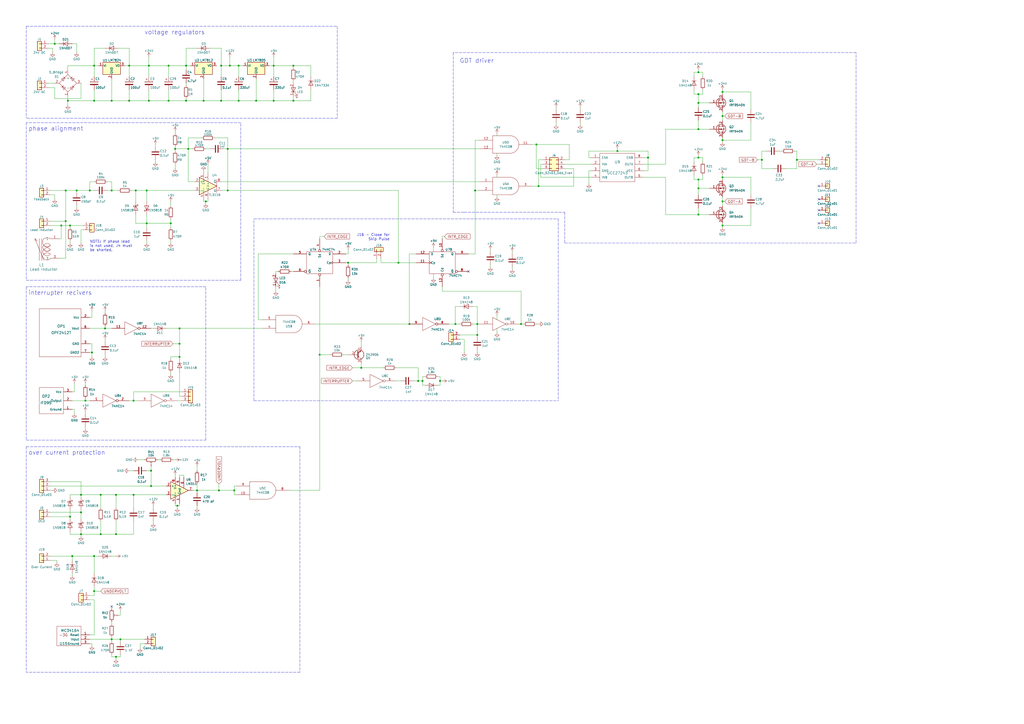
<source format=kicad_sch>
(kicad_sch (version 20211123) (generator eeschema)
  (paper "A2")
  (title_block (title "UD2.9 Skip Pulse") (date "2023-02-09") (rev "1.2") (comment 1 "Redrawn by Caraffa") (comment 2 "Drafted by Daniel Marks") (comment 3 "Universal Driver Modified to include Skip Pulse"))
  (lib_symbols
    (symbol "IRF540N_1" (pin_names (offset 0) hide)
      (property "Reference" "Q" (at 6.35 1.905 0))
      (property "Value" "IRF540N_1" (at 6.35 0 0))
      (symbol "IRF540N_1_1_1"
        (pin input line (at -5.08 0 0) (length 5.334) (name "G") (number "1"))
        (pin passive line (at 2.54 5.08 270) (length 2.54) (name "D") (number "2"))
        (pin passive line (at 2.54 -5.08 90) (length 2.54) (name "S") (number "3"))
      )
    )
    (symbol "IRF9540N_1" (pin_names (offset 0) hide)
      (property "Reference" "Q" (at 6.35 1.905 0))
      (property "Value" "IRF9540N_1" (at 6.35 0 0))
      (symbol "IRF9540N_1_1_1"
        (pin input line (at -5.08 0 0) (length 5.334) (name "G") (number "1"))
        (pin passive line (at 2.54 5.08 270) (length 2.54) (name "D") (number "2"))
        (pin passive line (at 2.54 -5.08 90) (length 2.54) (name "S") (number "3"))
      )
    )
    (symbol "ud29-rescue:+12V" (power) (pin_names (offset 0))
      (property "Value" "+12V" (at 0 3.556 0))
      (symbol "+12V_1_1"
        (pin power_in line (at 0 0 90) (length 0) hide (name "+12V") (number "1"))
      )
    )
    (symbol "ud29-rescue:+24V" (power) (pin_names (offset 0))
      (property "Value" "+24V" (at 0 3.556 0))
      (symbol "+24V_1_1"
        (pin power_in line (at 0 0 90) (length 0) hide (name "+24V") (number "1"))
      )
    )
    (symbol "ud29-rescue:+5V" (power) (pin_names (offset 0))
      (property "Value" "+5V" (at 0 3.556 0))
      (symbol "+5V_1_1"
        (pin power_in line (at 0 0 90) (length 0) hide (name "+5V") (number "1"))
      )
    )
    (symbol "ud29-rescue:2N3906" (pin_names (offset 0) hide)
      (property "Reference" "Q" (at 5.08 1.905 0))
      (property "Value" "2N3906" (at 5.08 0 0))
      (symbol "2N3906_1_1"
        (pin passive line (at 2.54 -5.08 90) (length 2.54) (name "E") (number "1"))
        (pin input line (at -5.08 0 0) (length 5.715) (name "B") (number "2"))
        (pin passive line (at 2.54 5.08 270) (length 2.54) (name "C") (number "3"))
      )
    )
    (symbol "ud29-rescue:74LS04" (pin_names (offset 0.762))
      (property "Reference" "U" (at 4.953 2.921 0))
      (property "Value" "74LS04" (at 4.826 -3.175 0))
      (symbol "74LS04_0_0"
        (pin power_in line (at -1.27 2.54 90) (length 0) hide (name "VCC") (number "14"))
        (pin power_in line (at -1.27 -2.54 90) (length 0) hide (name "GND") (number "7"))
      )
      (symbol "74LS04_1_1"
        (pin input line (at -11.43 0 0) (length 7.62) (name "~") (number "1"))
        (pin output inverted (at 11.43 0 180) (length 7.62) (name "~") (number "2"))
      )
      (symbol "74LS04_1_2"
        (pin input inverted (at -11.43 0 0) (length 7.62) (name "~") (number "1"))
        (pin output line (at 11.43 0 180) (length 7.62) (name "~") (number "2"))
      )
      (symbol "74LS04_2_1"
        (pin input line (at -11.43 0 0) (length 7.62) (name "~") (number "3"))
        (pin output inverted (at 11.43 0 180) (length 7.62) (name "~") (number "4"))
      )
      (symbol "74LS04_2_2"
        (pin input inverted (at -11.43 0 0) (length 7.62) (name "~") (number "3"))
        (pin output line (at 11.43 0 180) (length 7.62) (name "~") (number "4"))
      )
      (symbol "74LS04_3_1"
        (pin input line (at -11.43 0 0) (length 7.62) (name "~") (number "5"))
        (pin output inverted (at 11.43 0 180) (length 7.62) (name "~") (number "6"))
      )
      (symbol "74LS04_3_2"
        (pin input inverted (at -11.43 0 0) (length 7.62) (name "~") (number "5"))
        (pin output line (at 11.43 0 180) (length 7.62) (name "~") (number "6"))
      )
      (symbol "74LS04_4_1"
        (pin output inverted (at 11.43 0 180) (length 7.62) (name "~") (number "8"))
        (pin input line (at -11.43 0 0) (length 7.62) (name "~") (number "9"))
      )
      (symbol "74LS04_4_2"
        (pin output line (at 11.43 0 180) (length 7.62) (name "~") (number "8"))
        (pin input inverted (at -11.43 0 0) (length 7.62) (name "~") (number "9"))
      )
      (symbol "74LS04_5_1"
        (pin output inverted (at 11.43 0 180) (length 7.62) (name "~") (number "10"))
        (pin input line (at -11.43 0 0) (length 7.62) (name "~") (number "11"))
      )
      (symbol "74LS04_5_2"
        (pin output line (at 11.43 0 180) (length 7.62) (name "~") (number "10"))
        (pin input inverted (at -11.43 0 0) (length 7.62) (name "~") (number "11"))
      )
      (symbol "74LS04_6_1"
        (pin output inverted (at 11.43 0 180) (length 7.62) (name "~") (number "12"))
        (pin input line (at -11.43 0 0) (length 7.62) (name "~") (number "13"))
      )
      (symbol "74LS04_6_2"
        (pin output line (at 11.43 0 180) (length 7.62) (name "~") (number "12"))
        (pin input inverted (at -11.43 0 0) (length 7.62) (name "~") (number "13"))
      )
    )
    (symbol "ud29-rescue:74LS08" (pin_names (offset 0.762))
      (property "Reference" "U" (at 0 1.27 0))
      (property "Value" "74LS08" (at 0 -1.27 0))
      (symbol "74LS08_0_0"
        (pin power_in line (at -5.08 5.08 90) (length 0) hide (name "VCC") (number "14"))
        (pin power_in line (at -5.08 -5.08 90) (length 0) hide (name "GND") (number "7"))
      )
      (symbol "74LS08_1_1"
        (pin input line (at -15.24 2.54 0) (length 7.62) (name "~") (number "1"))
        (pin input line (at -15.24 -2.54 0) (length 7.62) (name "~") (number "2"))
        (pin output line (at 15.24 0 180) (length 7.62) (name "~") (number "3"))
      )
      (symbol "74LS08_1_2"
        (pin input inverted (at -15.24 2.54 0) (length 9.398) (name "~") (number "1"))
        (pin input inverted (at -15.24 -2.54 0) (length 9.398) (name "~") (number "2"))
        (pin output inverted (at 15.24 0 180) (length 7.62) (name "~") (number "3"))
      )
      (symbol "74LS08_2_1"
        (pin input line (at -15.24 2.54 0) (length 7.62) (name "~") (number "4"))
        (pin input line (at -15.24 -2.54 0) (length 7.62) (name "~") (number "5"))
        (pin output line (at 15.24 0 180) (length 7.62) (name "~") (number "6"))
      )
      (symbol "74LS08_2_2"
        (pin input inverted (at -15.24 2.54 0) (length 9.398) (name "~") (number "4"))
        (pin input inverted (at -15.24 -2.54 0) (length 9.398) (name "~") (number "5"))
        (pin output inverted (at 15.24 0 180) (length 7.62) (name "~") (number "6"))
      )
      (symbol "74LS08_3_1"
        (pin input line (at -15.24 -2.54 0) (length 7.62) (name "~") (number "10"))
        (pin output line (at 15.24 0 180) (length 7.62) (name "~") (number "8"))
        (pin input line (at -15.24 2.54 0) (length 7.62) (name "~") (number "9"))
      )
      (symbol "74LS08_3_2"
        (pin input inverted (at -15.24 -2.54 0) (length 9.398) (name "~") (number "10"))
        (pin output inverted (at 15.24 0 180) (length 7.62) (name "~") (number "8"))
        (pin input inverted (at -15.24 2.54 0) (length 9.398) (name "~") (number "9"))
      )
      (symbol "74LS08_4_1"
        (pin output line (at 15.24 0 180) (length 7.62) (name "~") (number "11"))
        (pin input line (at -15.24 2.54 0) (length 7.62) (name "~") (number "12"))
        (pin input line (at -15.24 -2.54 0) (length 7.62) (name "~") (number "13"))
      )
      (symbol "74LS08_4_2"
        (pin output inverted (at 15.24 0 180) (length 7.62) (name "~") (number "11"))
        (pin input inverted (at -15.24 2.54 0) (length 9.398) (name "~") (number "12"))
        (pin input inverted (at -15.24 -2.54 0) (length 9.398) (name "~") (number "13"))
      )
    )
    (symbol "ud29-rescue:74LS74" (pin_names (offset 1.016))
      (property "Reference" "U" (at 3.81 7.62 0))
      (property "Value" "74LS74" (at 7.62 -7.493 0))
      (symbol "74LS74_0_0"
        (pin power_in line (at -5.08 6.35 270) (length 0) hide (name "VCC") (number "14"))
        (pin power_in line (at -5.08 -6.35 90) (length 0) hide (name "GND") (number "7"))
      )
      (symbol "74LS74_1_1"
        (pin input inverted (at 0 -13.97 90) (length 7.62) (name "Cd") (number "1"))
        (pin input line (at -15.24 5.08 0) (length 7.62) (name "D") (number "2"))
        (pin input clock (at -15.24 0 0) (length 7.62) (name "Cp") (number "3"))
        (pin input inverted (at 0 13.97 270) (length 7.62) (name "Sd") (number "4"))
        (pin output line (at 15.24 5.08 180) (length 7.62) (name "Q") (number "5"))
        (pin output inverted (at 15.24 -5.08 180) (length 7.62) (name "~{Q}") (number "6"))
      )
      (symbol "74LS74_2_1"
        (pin input inverted (at 0 13.97 270) (length 7.62) (name "Sd") (number "10"))
        (pin input clock (at -15.24 0 0) (length 7.62) (name "Cp") (number "11"))
        (pin input line (at -15.24 5.08 0) (length 7.62) (name "D") (number "12"))
        (pin input inverted (at 0 -13.97 90) (length 7.62) (name "Cd") (number "13"))
        (pin output inverted (at 15.24 -5.08 180) (length 7.62) (name "~{Q}") (number "8"))
        (pin output line (at 15.24 5.08 180) (length 7.62) (name "Q") (number "9"))
      )
    )
    (symbol "ud29-rescue:C" (pin_numbers hide) (pin_names (offset 0.254))
      (property "Reference" "C" (at 0.635 2.54 0))
      (property "Value" "C" (at 0.635 -2.54 0))
      (symbol "C_1_1"
        (pin passive line (at 0 3.81 270) (length 2.794) (name "~") (number "1"))
        (pin passive line (at 0 -3.81 90) (length 2.794) (name "~") (number "2"))
      )
    )
    (symbol "ud29-rescue:CP" (pin_numbers hide) (pin_names (offset 0.254))
      (property "Reference" "C" (at 0.635 2.54 0))
      (property "Value" "CP" (at 0.635 -2.54 0))
      (symbol "CP_1_1"
        (pin passive line (at 0 3.81 270) (length 2.794) (name "~") (number "1"))
        (pin passive line (at 0 -3.81 90) (length 2.794) (name "~") (number "2"))
      )
    )
    (symbol "ud29-rescue:Conn_01x01" (pin_names (offset 1.016) hide)
      (property "Reference" "J" (at 0 2.54 0))
      (property "Value" "Conn_01x01" (at 0 -2.54 0))
      (symbol "Conn_01x01_1_1"
        (pin passive line (at -5.08 0 0) (length 3.81) (name "Pin_1") (number "1"))
      )
    )
    (symbol "ud29-rescue:Conn_01x02" (pin_names (offset 1.016) hide)
      (property "Reference" "J" (at 0 2.54 0))
      (property "Value" "Conn_01x02" (at 0 -5.08 0))
      (symbol "Conn_01x02_1_1"
        (pin passive line (at -5.08 0 0) (length 3.81) (name "Pin_1") (number "1"))
        (pin passive line (at -5.08 -2.54 0) (length 3.81) (name "Pin_2") (number "2"))
      )
    )
    (symbol "ud29-rescue:Conn_01x03" (pin_names (offset 1.016) hide)
      (property "Reference" "J" (at 0 5.08 0))
      (property "Value" "Conn_01x03" (at 0 -5.08 0))
      (symbol "Conn_01x03_1_1"
        (pin passive line (at -5.08 2.54 0) (length 3.81) (name "Pin_1") (number "1"))
        (pin passive line (at -5.08 0 0) (length 3.81) (name "Pin_2") (number "2"))
        (pin passive line (at -5.08 -2.54 0) (length 3.81) (name "Pin_3") (number "3"))
      )
    )
    (symbol "ud29-rescue:Conn_02x03_Odd_Even" (pin_names (offset 1.016) hide)
      (property "Reference" "J" (at 1.27 5.08 0))
      (property "Value" "Conn_02x03_Odd_Even" (at 1.27 -5.08 0))
      (symbol "Conn_02x03_Odd_Even_1_1"
        (pin passive line (at -5.08 2.54 0) (length 3.81) (name "Pin_1") (number "1"))
        (pin passive line (at 7.62 2.54 180) (length 3.81) (name "Pin_2") (number "2"))
        (pin passive line (at -5.08 0 0) (length 3.81) (name "Pin_3") (number "3"))
        (pin passive line (at 7.62 0 180) (length 3.81) (name "Pin_4") (number "4"))
        (pin passive line (at -5.08 -2.54 0) (length 3.81) (name "Pin_5") (number "5"))
        (pin passive line (at 7.62 -2.54 180) (length 3.81) (name "Pin_6") (number "6"))
      )
    )
    (symbol "ud29-rescue:D" (pin_numbers hide) (pin_names (offset 1.016) hide)
      (property "Reference" "D" (at 0 2.54 0))
      (property "Value" "D" (at 0 -2.54 0))
      (symbol "D_1_1"
        (pin passive line (at -3.81 0 0) (length 2.54) (name "K") (number "1"))
        (pin passive line (at 3.81 0 180) (length 2.54) (name "A") (number "2"))
      )
    )
    (symbol "ud29-rescue:D_Bridge_-AA+" (pin_names (offset 1.27))
      (property "Reference" "D" (at 1.27 6.985 0))
      (property "Value" "D_Bridge_-AA+" (at 1.27 5.08 0))
      (symbol "D_Bridge_-AA+_1_1"
        (pin input line (at -7.62 0 0) (length 2.54) (name "-") (number "1"))
        (pin input line (at 0 7.62 270) (length 2.54) (name "~") (number "2"))
        (pin input line (at 0 -7.62 90) (length 2.54) (name "~") (number "3"))
        (pin input line (at 7.62 0 180) (length 2.54) (name "+") (number "4"))
      )
    )
    (symbol "ud29-rescue:D_Schottky" (pin_numbers hide) (pin_names (offset 1.016) hide)
      (property "Reference" "D" (at 0 2.54 0))
      (property "Value" "D_Schottky" (at 0 -2.54 0))
      (symbol "D_Schottky_1_1"
        (pin passive line (at -3.81 0 0) (length 2.54) (name "K") (number "1"))
        (pin passive line (at 3.81 0 180) (length 2.54) (name "A") (number "2"))
      )
    )
    (symbol "ud29-rescue:D_Zener" (pin_numbers hide) (pin_names (offset 1.016) hide)
      (property "Reference" "D" (at 0 2.54 0))
      (property "Value" "D_Zener" (at 0 -2.54 0))
      (symbol "D_Zener_1_1"
        (pin passive line (at -3.81 0 0) (length 2.54) (name "K") (number "1"))
        (pin passive line (at 3.81 0 180) (length 2.54) (name "A") (number "2"))
      )
    )
    (symbol "ud29-rescue:GND" (power) (pin_names (offset 0))
      (property "Value" "GND" (at 0 -3.81 0))
      (symbol "GND_1_1"
        (pin power_in line (at 0 0 270) (length 0) hide (name "GND") (number "1"))
      )
    )
    (symbol "ud29-rescue:IFD95" (pin_names (offset 1.016))
      (property "Reference" "OP" (at 0 3.81 0))
      (property "Value" "IFD95" (at 0 0 0))
      (symbol "IFD95_1_1"
        (pin input line (at 15.24 -3.81 180) (length 5.08) (name "Ground") (number "1"))
        (pin input line (at 15.24 1.27 180) (length 5.08) (name "Output") (number "2"))
        (pin input line (at 15.24 6.35 180) (length 5.08) (name "Vcc") (number "3"))
      )
    )
    (symbol "ud29-rescue:IRF540N" (pin_names (offset 0) hide)
      (property "Reference" "Q" (at 6.35 1.905 0))
      (property "Value" "IRF540N" (at 6.35 0 0))
      (symbol "IRF540N_1_1"
        (pin input line (at -5.08 0 0) (length 5.334) (name "G") (number "1"))
        (pin passive line (at 2.54 5.08 270) (length 2.54) (name "D") (number "2"))
        (pin passive line (at 2.54 -5.08 90) (length 2.54) (name "S") (number "3"))
      )
    )
    (symbol "ud29-rescue:IRF9540N" (pin_names (offset 0) hide)
      (property "Reference" "Q" (at 6.35 1.905 0))
      (property "Value" "IRF9540N" (at 6.35 0 0))
      (symbol "IRF9540N_1_1"
        (pin input line (at -5.08 0 0) (length 5.334) (name "G") (number "1"))
        (pin passive line (at 2.54 5.08 270) (length 2.54) (name "D") (number "2"))
        (pin passive line (at 2.54 -5.08 90) (length 2.54) (name "S") (number "3"))
      )
    )
    (symbol "ud29-rescue:LED" (pin_names (offset 1.016) hide)
      (property "Reference" "D" (at 0 2.54 0))
      (property "Value" "LED" (at 0 -2.54 0))
      (symbol "LED_1_1"
        (pin passive line (at -3.81 0 0) (length 2.54) (name "K") (number "1"))
        (pin passive line (at 3.81 0 180) (length 2.54) (name "A") (number "2"))
      )
    )
    (symbol "ud29-rescue:LM311" (pin_names (offset 0.254))
      (property "Reference" "U" (at 3.81 6.35 0))
      (property "Value" "LM311" (at 3.81 3.81 0))
      (symbol "LM311_1_1"
        (pin open_emitter line (at 0 -7.62 90) (length 5.08) (name "Gnd") (number "1"))
        (pin input line (at -7.62 2.54 0) (length 2.54) (name "+") (number "2"))
        (pin input line (at -7.62 -2.54 0) (length 2.54) (name "-") (number "3"))
        (pin power_in line (at -2.54 -7.62 90) (length 3.81) (name "V-") (number "4"))
        (pin passive line (at 0 7.62 270) (length 5.08) (name "~") (number "5"))
        (pin passive line (at 2.54 7.62 270) (length 6.35) (name "~") (number "6"))
        (pin open_collector line (at 7.62 0 180) (length 2.54) (name "~") (number "7"))
        (pin power_in line (at -2.54 7.62 270) (length 3.81) (name "V+") (number "8"))
      )
    )
    (symbol "ud29-rescue:LM7805_TO220" (pin_names (offset 0.254))
      (property "Reference" "U" (at -3.81 3.175 0))
      (property "Value" "LM7805_TO220" (at 0 3.175 0))
      (symbol "LM7805_TO220_1_1"
        (pin power_in line (at -7.62 0 0) (length 2.54) (name "VI") (number "1"))
        (pin power_in line (at 0 -7.62 90) (length 2.54) (name "GND") (number "2"))
        (pin power_out line (at 7.62 0 180) (length 2.54) (name "VO") (number "3"))
      )
    )
    (symbol "ud29-rescue:LM7812_TO220" (pin_names (offset 0.254))
      (property "Reference" "U" (at -3.81 3.175 0))
      (property "Value" "LM7812_TO220" (at 0 3.175 0))
      (symbol "LM7812_TO220_1_1"
        (pin power_in line (at -7.62 0 0) (length 2.54) (name "VI") (number "1"))
        (pin power_in line (at 0 -7.62 90) (length 2.54) (name "GND") (number "2"))
        (pin power_out line (at 7.62 0 180) (length 2.54) (name "VO") (number "3"))
      )
    )
    (symbol "ud29-rescue:LM7824_TO220" (pin_names (offset 0.254))
      (property "Reference" "U" (at -3.81 3.175 0))
      (property "Value" "LM7824_TO220" (at 0 3.175 0))
      (symbol "LM7824_TO220_1_1"
        (pin power_in line (at -7.62 0 0) (length 2.54) (name "VI") (number "1"))
        (pin power_in line (at 0 -7.62 90) (length 2.54) (name "GND") (number "2"))
        (pin power_out line (at 7.62 0 180) (length 2.54) (name "VO") (number "3"))
      )
    )
    (symbol "ud29-rescue:MC34164" (pin_names (offset 1.016))
      (property "Reference" "U" (at 1.27 -2.54 0))
      (property "Value" "MC34164" (at -2.54 5.08 0))
      (symbol "MC34164_0_0"
        (text "-3G" (at 1.27 2.54 0) (effects (font (size 1.524 1.524))))
      )
      (symbol "MC34164_1_1"
        (pin input line (at -13.97 2.54 0) (length 5.08) (name "Reset") (number "1"))
        (pin input line (at -13.97 0 0) (length 5.08) (name "Input") (number "2"))
        (pin input line (at -13.97 -2.54 0) (length 5.08) (name "Ground") (number "3"))
      )
    )
    (symbol "ud29-rescue:OPF2412T" (pin_names (offset 1.016))
      (property "Reference" "OP" (at 0 3.81 0))
      (property "Value" "OPF2412T" (at 0 0 0))
      (symbol "OPF2412T_1_1"
        (pin input line (at 16.51 8.89 180) (length 5.08) (name "Vcc") (number "2"))
        (pin input line (at 16.51 -6.35 180) (length 5.08) (name "GND") (number "3"))
        (pin input line (at 16.51 2.54 180) (length 5.08) (name "Vout") (number "6"))
        (pin input line (at 16.51 -11.43 180) (length 5.08) (name "GND2") (number "7"))
      )
    )
    (symbol "ud29-rescue:POT_TRIM" (pin_numbers hide) (pin_names (offset 1.016) hide)
      (property "Reference" "RV" (at -4.445 0 90))
      (property "Value" "POT_TRIM" (at -2.54 0 90))
      (symbol "POT_TRIM_1_1"
        (pin passive line (at 0 3.81 270) (length 1.27) (name "1") (number "1"))
        (pin passive line (at 3.81 0 180) (length 1.27) (name "2") (number "2"))
        (pin passive line (at 0 -3.81 90) (length 1.27) (name "3") (number "3"))
      )
    )
    (symbol "ud29-rescue:R" (pin_numbers hide) (pin_names (offset 0))
      (property "Reference" "R" (at 2.032 0 90))
      (property "Value" "R" (at 0 0 90))
      (symbol "R_1_1"
        (pin passive line (at 0 3.81 270) (length 1.27) (name "~") (number "1"))
        (pin passive line (at 0 -3.81 90) (length 1.27) (name "~") (number "2"))
      )
    )
    (symbol "ud29-rescue:SLOT7" (pin_names (offset 1.016))
      (property "Reference" "L" (at -1.27 2.54 0))
      (property "Value" "SLOT7" (at -3.81 0 0))
      (symbol "SLOT7_1_1"
        (pin input line (at -3.81 6.35 0) (length 5.08) (name "1") (number "1"))
        (pin input line (at -3.81 -5.08 0) (length 5.08) (name "3") (number "3"))
      )
    )
    (symbol "ud29-rescue:TL3116" (pin_names (offset 0.254))
      (property "Reference" "U" (at 3.81 6.35 0))
      (property "Value" "TL3116" (at 3.81 -5.08 0))
      (symbol "TL3116_1_1"
        (pin power_in line (at 0 7.62 270) (length 5.08) (name "V+") (number "1"))
        (pin input line (at -7.62 2.54 0) (length 2.54) (name "+") (number "2"))
        (pin input line (at -7.62 -2.54 0) (length 2.54) (name "-") (number "3"))
        (pin power_in line (at -2.54 -7.62 90) (length 3.81) (name "V-") (number "4"))
        (pin input line (at -2.54 7.62 270) (length 3.81) (name "EN") (number "5"))
        (pin power_in line (at 0 -7.62 90) (length 5.08) (name "G") (number "6"))
        (pin output line (at 7.62 -2.54 180) (length 2.54) (name "Q") (number "7"))
        (pin output line (at 7.62 2.54 180) (length 2.54) (name "~{Q}") (number "8"))
      )
    )
    (symbol "ud29-rescue:UCC27243" (pin_names (offset 1.016))
      (property "Reference" "U" (at 0 2.54 0))
      (property "Value" "UCC27243" (at 0 -3.81 0))
      (symbol "UCC27243_1_1"
        (pin input line (at -15.24 5.08 0) (length 5.08) (name "ENA") (number "1"))
        (pin input line (at -15.24 1.27 0) (length 5.08) (name "INA") (number "2"))
        (pin input line (at -15.24 -2.54 0) (length 5.08) (name "GND") (number "3"))
        (pin input line (at -15.24 -6.35 0) (length 5.08) (name "INB") (number "4"))
        (pin input line (at 15.24 -6.35 180) (length 5.08) (name "OUTB") (number "5"))
        (pin input line (at 15.24 -2.54 180) (length 5.08) (name "VCC") (number "6"))
        (pin input line (at 15.24 1.27 180) (length 5.08) (name "OUTA") (number "7"))
        (pin input line (at 15.24 5.08 180) (length 5.08) (name "ENB") (number "8"))
      )
    )
  )
  (junction (at 40.64 299.72))
  (junction (at 69.85 370.84))
  (junction (at 67.31 309.88))
  (junction (at 38.1 128.27))
  (junction (at 44.45 110.49))
  (junction (at 97.79 58.42))
  (junction (at 405.13 104.14))
  (junction (at 86.36 38.1))
  (junction (at 276.86 187.96))
  (junction (at 405.13 54.61))
  (junction (at 67.31 381))
  (junction (at 237.49 187.96))
  (junction (at 135.89 284.48))
  (junction (at 158.75 38.1))
  (junction (at 58.42 309.88))
  (junction (at 114.3 284.48))
  (junction (at 46.99 309.88))
  (junction (at 104.14 199.39))
  (junction (at 419.1 53.34))
  (junction (at 405.13 41.91))
  (junction (at 101.6 86.36))
  (junction (at 185.42 205.74))
  (junction (at 419.1 81.28))
  (junction (at 107.95 58.42))
  (junction (at 231.14 152.4))
  (junction (at 132.08 86.36))
  (junction (at 275.59 110.49))
  (junction (at 242.57 220.98))
  (junction (at 419.1 116.84))
  (junction (at 255.27 220.98))
  (junction (at 128.27 58.42))
  (junction (at 170.18 38.1))
  (junction (at 109.22 86.36))
  (junction (at 405.13 74.93))
  (junction (at 138.43 58.42))
  (junction (at 462.28 92.71))
  (junction (at 74.93 58.42))
  (junction (at 74.93 38.1))
  (junction (at 85.09 110.49))
  (junction (at 128.27 38.1))
  (junction (at 54.61 342.9))
  (junction (at 52.07 110.49))
  (junction (at 132.08 110.49))
  (junction (at 138.43 38.1))
  (junction (at 40.64 130.81))
  (junction (at 419.1 102.87))
  (junction (at 201.93 152.4))
  (junction (at 107.95 38.1))
  (junction (at 133.35 38.1))
  (junction (at 53.34 204.47))
  (junction (at 78.74 110.49))
  (junction (at 158.75 58.42))
  (junction (at 245.11 220.98))
  (junction (at 405.13 124.46))
  (junction (at 64.77 110.49))
  (junction (at 67.31 287.02))
  (junction (at 46.99 287.02))
  (junction (at 358.14 87.63))
  (junction (at 49.53 232.41))
  (junction (at 209.55 213.36))
  (junction (at 85.09 129.54))
  (junction (at 312.42 107.95))
  (junction (at 60.96 190.5))
  (junction (at 46.99 297.18))
  (junction (at 58.42 287.02))
  (junction (at 441.96 92.71))
  (junction (at 276.86 194.31))
  (junction (at 170.18 58.42))
  (junction (at 54.61 58.42))
  (junction (at 86.36 58.42))
  (junction (at 41.91 322.58))
  (junction (at 405.13 59.69))
  (junction (at 99.06 129.54))
  (junction (at 64.77 370.84))
  (junction (at 311.15 83.82))
  (junction (at 104.14 190.5))
  (junction (at 302.26 187.96))
  (junction (at 264.16 187.96))
  (junction (at 405.13 91.44))
  (junction (at 54.61 322.58))
  (junction (at 54.61 38.1))
  (junction (at 104.14 207.01))
  (junction (at 119.38 116.84))
  (junction (at 77.47 232.41))
  (junction (at 77.47 287.02))
  (junction (at 64.77 58.42))
  (junction (at 419.1 67.31))
  (junction (at 419.1 130.81))
  (junction (at 118.11 58.42))
  (junction (at 405.13 109.22))
  (junction (at 127 284.48))
  (junction (at 375.92 91.44))
  (junction (at 38.1 110.49))
  (junction (at 148.59 58.42))
  (junction (at 97.79 38.1))
  (junction (at 87.63 281.94))
  (junction (at 39.37 58.42))
  (junction (at 35.56 130.81))
  (junction (at 31.75 25.4))
  (junction (at 102.87 293.37))
  (junction (at 87.63 273.05))
  (no_connect (at 474.98 121.92))
  (no_connect (at 64.77 351.79))
  (no_connect (at 474.98 129.54))
  (no_connect (at 474.98 107.95))
  (no_connect (at 271.78 157.48))
  (no_connect (at 474.98 115.57))
  (wire (pts (xy 237.49 147.32) (xy 237.49 187.96)))
  (wire (pts (xy 288.29 88.9) (xy 288.29 90.17)))
  (wire (pts (xy 30.48 27.94) (xy 27.94 27.94)))
  (wire (pts (xy 52.07 190.5) (xy 60.96 190.5)))
  (wire (pts (xy 297.18 154.94) (xy 297.18 156.21)))
  (wire (pts (xy 40.64 130.81) (xy 40.64 132.08)))
  (wire (pts (xy 58.42 309.88) (xy 58.42 302.26)))
  (wire (pts (xy 53.34 180.34) (xy 53.34 184.15)))
  (wire (pts (xy 264.16 187.96) (xy 266.7 187.96)))
  (wire (pts (xy 118.11 58.42) (xy 128.27 58.42)))
  (wire (pts (xy 46.99 140.97) (xy 46.99 133.35)))
  (wire (pts (xy 308.61 107.95) (xy 312.42 107.95)))
  (wire (pts (xy 104.14 292.1) (xy 104.14 293.37)))
  (wire (pts (xy 255.27 223.52) (xy 254 223.52)))
  (wire (pts (xy 313.69 95.25) (xy 314.96 95.25)))
  (wire (pts (xy 40.64 309.88) (xy 46.99 309.88)))
  (wire (pts (xy 106.68 275.59) (xy 106.68 276.86)))
  (wire (pts (xy 308.61 83.82) (xy 311.15 83.82)))
  (wire (pts (xy 104.14 207.01) (xy 104.14 208.28)))
  (wire (pts (xy 330.2 83.82) (xy 311.15 83.82)))
  (wire (pts (xy 313.69 102.87) (xy 342.9 102.87)))
  (wire (pts (xy 185.42 137.16) (xy 187.96 137.16)))
  (wire (pts (xy 375.92 99.06) (xy 373.38 99.06)))
  (wire (pts (xy 419.1 102.87) (xy 419.1 104.14)))
  (polyline (pts (xy 147.32 232.41) (xy 323.85 232.41)))
  (wire (pts (xy 167.64 284.48) (xy 185.42 284.48)))
  (wire (pts (xy 121.92 86.36) (xy 119.38 86.36)))
  (wire (pts (xy 242.57 220.98) (xy 242.57 213.36)))
  (wire (pts (xy 229.87 220.98) (xy 232.41 220.98)))
  (wire (pts (xy 38.1 128.27) (xy 38.1 149.86)))
  (wire (pts (xy 74.93 27.94) (xy 74.93 38.1)))
  (wire (pts (xy 31.75 57.15) (xy 31.75 50.8)))
  (wire (pts (xy 231.14 152.4) (xy 241.3 152.4)))
  (wire (pts (xy 405.13 41.91) (xy 407.67 41.91)))
  (wire (pts (xy 402.59 104.14) (xy 405.13 104.14)))
  (wire (pts (xy 256.54 168.91) (xy 302.26 168.91)))
  (polyline (pts (xy 15.24 162.56) (xy 139.7 162.56)))
  (wire (pts (xy 54.61 38.1) (xy 57.15 38.1)))
  (wire (pts (xy 54.61 38.1) (xy 54.61 27.94)))
  (wire (pts (xy 49.53 238.76) (xy 49.53 240.03)))
  (wire (pts (xy 114.3 284.48) (xy 127 284.48)))
  (wire (pts (xy 69.85 354.33) (xy 69.85 356.87)))
  (wire (pts (xy 29.21 130.81) (xy 35.56 130.81)))
  (wire (pts (xy 85.09 129.54) (xy 99.06 129.54)))
  (wire (pts (xy 241.3 147.32) (xy 237.49 147.32)))
  (polyline (pts (xy 323.85 127) (xy 323.85 232.41)))
  (wire (pts (xy 29.21 297.18) (xy 46.99 297.18)))
  (wire (pts (xy 158.75 58.42) (xy 158.75 52.07)))
  (polyline (pts (xy 173.99 259.08) (xy 173.99 389.89)))
  (wire (pts (xy 87.63 281.94) (xy 96.52 281.94)))
  (wire (pts (xy 74.93 38.1) (xy 86.36 38.1)))
  (polyline (pts (xy 173.99 389.89) (xy 15.24 389.89)))
  (wire (pts (xy 402.59 93.98) (xy 402.59 91.44)))
  (wire (pts (xy 29.21 281.94) (xy 87.63 281.94)))
  (wire (pts (xy 441.96 92.71) (xy 441.96 97.79)))
  (wire (pts (xy 341.63 87.63) (xy 341.63 91.44)))
  (wire (pts (xy 419.1 116.84) (xy 419.1 119.38)))
  (wire (pts (xy 132.08 86.36) (xy 278.13 86.36)))
  (wire (pts (xy 284.48 153.67) (xy 284.48 154.94)))
  (wire (pts (xy 100.33 266.7) (xy 101.6 266.7)))
  (wire (pts (xy 405.13 124.46) (xy 411.48 124.46)))
  (polyline (pts (xy 496.57 30.48) (xy 262.89 30.48)))
  (wire (pts (xy 204.47 213.36) (xy 209.55 213.36)))
  (wire (pts (xy 90.17 83.82) (xy 90.17 85.09)))
  (wire (pts (xy 114.3 293.37) (xy 114.3 294.64)))
  (wire (pts (xy 64.77 351.79) (xy 64.77 353.06)))
  (wire (pts (xy 386.08 95.25) (xy 386.08 74.93)))
  (wire (pts (xy 41.91 322.58) (xy 41.91 325.12)))
  (wire (pts (xy 39.37 58.42) (xy 39.37 60.96)))
  (wire (pts (xy 99.06 208.28) (xy 99.06 207.01)))
  (wire (pts (xy 419.1 116.84) (xy 420.37 116.84)))
  (wire (pts (xy 69.85 381) (xy 69.85 379.73)))
  (wire (pts (xy 46.99 308.61) (xy 46.99 309.88)))
  (wire (pts (xy 128.27 38.1) (xy 128.27 44.45)))
  (wire (pts (xy 128.27 27.94) (xy 128.27 38.1)))
  (wire (pts (xy 311.15 97.79) (xy 314.96 97.79)))
  (wire (pts (xy 300.99 187.96) (xy 302.26 187.96)))
  (wire (pts (xy 185.42 166.37) (xy 185.42 205.74)))
  (wire (pts (xy 54.61 342.9) (xy 54.61 345.44)))
  (wire (pts (xy 64.77 369.57) (xy 64.77 370.84)))
  (wire (pts (xy 31.75 50.8) (xy 27.94 50.8)))
  (wire (pts (xy 58.42 342.9) (xy 54.61 342.9)))
  (wire (pts (xy 104.14 190.5) (xy 96.52 190.5)))
  (polyline (pts (xy 15.24 15.24) (xy 15.24 68.58)))
  (wire (pts (xy 256.54 137.16) (xy 256.54 138.43)))
  (wire (pts (xy 49.53 222.25) (xy 49.53 223.52)))
  (polyline (pts (xy 269.24 123.19) (xy 327.66 123.19)))
  (wire (pts (xy 405.13 69.85) (xy 405.13 74.93)))
  (wire (pts (xy 52.07 345.44) (xy 54.61 345.44)))
  (wire (pts (xy 92.71 266.7) (xy 91.44 266.7)))
  (wire (pts (xy 85.09 124.46) (xy 85.09 129.54)))
  (wire (pts (xy 201.93 152.4) (xy 201.93 153.67)))
  (polyline (pts (xy 15.24 166.37) (xy 15.24 255.27)))
  (wire (pts (xy 120.65 95.25) (xy 120.65 100.33)))
  (wire (pts (xy 341.63 99.06) (xy 342.9 99.06)))
  (wire (pts (xy 40.64 287.02) (xy 46.99 287.02)))
  (wire (pts (xy 101.6 86.36) (xy 109.22 86.36)))
  (wire (pts (xy 102.87 232.41) (xy 105.41 232.41)))
  (polyline (pts (xy 119.38 255.27) (xy 119.38 166.37)))
  (wire (pts (xy 255.27 220.98) (xy 255.27 223.52)))
  (wire (pts (xy 462.28 97.79) (xy 462.28 92.71)))
  (wire (pts (xy 27.94 25.4) (xy 31.75 25.4)))
  (wire (pts (xy 419.1 64.77) (xy 419.1 67.31)))
  (wire (pts (xy 276.86 187.96) (xy 278.13 187.96)))
  (wire (pts (xy 419.1 114.3) (xy 419.1 116.84)))
  (wire (pts (xy 46.99 48.26) (xy 46.99 57.15)))
  (wire (pts (xy 180.34 58.42) (xy 170.18 58.42)))
  (wire (pts (xy 107.95 38.1) (xy 107.95 27.94)))
  (wire (pts (xy 30.48 30.48) (xy 30.48 27.94)))
  (wire (pts (xy 29.21 325.12) (xy 33.02 325.12)))
  (wire (pts (xy 104.14 275.59) (xy 104.14 276.86)))
  (wire (pts (xy 118.11 99.06) (xy 118.11 100.33)))
  (polyline (pts (xy 147.32 127) (xy 323.85 127)))
  (wire (pts (xy 40.64 299.72) (xy 40.64 300.99)))
  (wire (pts (xy 86.36 58.42) (xy 97.79 58.42)))
  (polyline (pts (xy 15.24 15.24) (xy 195.58 15.24)))
  (wire (pts (xy 200.66 152.4) (xy 201.93 152.4)))
  (wire (pts (xy 419.1 67.31) (xy 420.37 67.31)))
  (wire (pts (xy 255.27 220.98) (xy 256.54 220.98)))
  (wire (pts (xy 156.21 38.1) (xy 158.75 38.1)))
  (wire (pts (xy 33.02 325.12) (xy 33.02 326.39)))
  (wire (pts (xy 200.66 147.32) (xy 201.93 147.32)))
  (wire (pts (xy 118.11 58.42) (xy 118.11 45.72)))
  (wire (pts (xy 276.86 177.8) (xy 274.32 177.8)))
  (wire (pts (xy 69.85 381) (xy 67.31 381)))
  (wire (pts (xy 74.93 232.41) (xy 77.47 232.41)))
  (wire (pts (xy 276.86 177.8) (xy 276.86 187.96)))
  (wire (pts (xy 40.64 139.7) (xy 40.64 140.97)))
  (wire (pts (xy 288.29 190.5) (xy 288.29 193.04)))
  (wire (pts (xy 275.59 147.32) (xy 275.59 110.49)))
  (wire (pts (xy 64.77 110.49) (xy 68.58 110.49)))
  (wire (pts (xy 58.42 287.02) (xy 67.31 287.02)))
  (wire (pts (xy 101.6 86.36) (xy 101.6 87.63)))
  (wire (pts (xy 101.6 76.2) (xy 101.6 77.47)))
  (wire (pts (xy 201.93 161.29) (xy 201.93 162.56)))
  (wire (pts (xy 44.45 119.38) (xy 44.45 120.65)))
  (wire (pts (xy 386.08 74.93) (xy 405.13 74.93)))
  (wire (pts (xy 148.59 58.42) (xy 158.75 58.42)))
  (wire (pts (xy 311.15 83.82) (xy 311.15 97.79)))
  (polyline (pts (xy 262.89 123.19) (xy 269.24 123.19)))
  (wire (pts (xy 107.95 58.42) (xy 118.11 58.42)))
  (wire (pts (xy 275.59 110.49) (xy 278.13 110.49)))
  (wire (pts (xy 402.59 52.07) (xy 402.59 54.61)))
  (wire (pts (xy 80.01 266.7) (xy 83.82 266.7)))
  (wire (pts (xy 35.56 130.81) (xy 40.64 130.81)))
  (wire (pts (xy 104.14 190.5) (xy 152.4 190.5)))
  (wire (pts (xy 114.3 280.67) (xy 114.3 284.48)))
  (wire (pts (xy 39.37 38.1) (xy 54.61 38.1)))
  (wire (pts (xy 405.13 104.14) (xy 405.13 109.22)))
  (wire (pts (xy 132.08 110.49) (xy 231.14 110.49)))
  (wire (pts (xy 60.96 196.85) (xy 60.96 198.12)))
  (wire (pts (xy 97.79 58.42) (xy 107.95 58.42)))
  (wire (pts (xy 128.27 52.07) (xy 128.27 58.42)))
  (wire (pts (xy 44.45 110.49) (xy 44.45 111.76)))
  (wire (pts (xy 118.11 115.57) (xy 118.11 116.84)))
  (polyline (pts (xy 262.89 30.48) (xy 262.89 123.19)))
  (wire (pts (xy 149.86 147.32) (xy 170.18 147.32)))
  (wire (pts (xy 254 218.44) (xy 255.27 218.44)))
  (wire (pts (xy 34.29 138.43) (xy 35.56 138.43)))
  (wire (pts (xy 133.35 38.1) (xy 133.35 33.02)))
  (wire (pts (xy 74.93 273.05) (xy 77.47 273.05)))
  (wire (pts (xy 405.13 91.44) (xy 407.67 91.44)))
  (wire (pts (xy 129.54 86.36) (xy 132.08 86.36)))
  (wire (pts (xy 109.22 86.36) (xy 109.22 105.41)))
  (wire (pts (xy 185.42 205.74) (xy 191.77 205.74)))
  (wire (pts (xy 54.61 322.58) (xy 54.61 332.74)))
  (wire (pts (xy 375.92 87.63) (xy 358.14 87.63)))
  (wire (pts (xy 46.99 297.18) (xy 46.99 300.99)))
  (wire (pts (xy 386.08 124.46) (xy 386.08 102.87)))
  (wire (pts (xy 127 284.48) (xy 135.89 284.48)))
  (wire (pts (xy 85.09 129.54) (xy 85.09 132.08)))
  (wire (pts (xy 74.93 58.42) (xy 74.93 52.07)))
  (wire (pts (xy 209.55 213.36) (xy 209.55 210.82)))
  (wire (pts (xy 107.95 58.42) (xy 107.95 57.15)))
  (wire (pts (xy 104.14 199.39) (xy 104.14 207.01)))
  (wire (pts (xy 58.42 287.02) (xy 58.42 294.64)))
  (wire (pts (xy 99.06 207.01) (xy 104.14 207.01)))
  (wire (pts (xy 53.34 204.47) (xy 53.34 207.01)))
  (wire (pts (xy 85.09 110.49) (xy 85.09 116.84)))
  (wire (pts (xy 132.08 80.01) (xy 132.08 86.36)))
  (wire (pts (xy 49.53 247.65) (xy 49.53 248.92)))
  (wire (pts (xy 67.31 381) (xy 64.77 381)))
  (wire (pts (xy 135.89 284.48) (xy 135.89 281.94)))
  (wire (pts (xy 88.9 190.5) (xy 87.63 190.5)))
  (wire (pts (xy 60.96 190.5) (xy 64.77 190.5)))
  (polyline (pts (xy 139.7 162.56) (xy 139.7 71.12)))
  (wire (pts (xy 135.89 281.94) (xy 137.16 281.94)))
  (wire (pts (xy 128.27 110.49) (xy 132.08 110.49)))
  (wire (pts (xy 46.99 288.29) (xy 46.99 287.02)))
  (wire (pts (xy 473.71 95.25) (xy 474.98 95.25)))
  (wire (pts (xy 77.47 227.33) (xy 77.47 232.41)))
  (wire (pts (xy 419.1 129.54) (xy 419.1 130.81)))
  (wire (pts (xy 44.45 25.4) (xy 44.45 30.48)))
  (wire (pts (xy 341.63 99.06) (xy 341.63 106.68)))
  (wire (pts (xy 201.93 152.4) (xy 218.44 152.4)))
  (wire (pts (xy 327.66 95.25) (xy 342.9 95.25)))
  (wire (pts (xy 419.1 53.34) (xy 419.1 54.61)))
  (wire (pts (xy 138.43 38.1) (xy 138.43 44.45)))
  (wire (pts (xy 313.69 102.87) (xy 313.69 95.25)))
  (wire (pts (xy 29.21 113.03) (xy 31.75 113.03)))
  (wire (pts (xy 53.34 373.38) (xy 53.34 374.65)))
  (wire (pts (xy 39.37 58.42) (xy 54.61 58.42)))
  (wire (pts (xy 99.06 127) (xy 99.06 129.54)))
  (polyline (pts (xy 147.32 232.41) (xy 147.32 127)))
  (wire (pts (xy 39.37 55.88) (xy 39.37 58.42)))
  (wire (pts (xy 85.09 273.05) (xy 87.63 273.05)))
  (wire (pts (xy 455.93 97.79) (xy 462.28 97.79)))
  (wire (pts (xy 132.08 86.36) (xy 132.08 110.49)))
  (wire (pts (xy 62.23 110.49) (xy 64.77 110.49)))
  (wire (pts (xy 77.47 287.02) (xy 77.47 294.64)))
  (wire (pts (xy 53.34 199.39) (xy 53.34 204.47)))
  (wire (pts (xy 64.77 58.42) (xy 64.77 45.72)))
  (wire (pts (xy 78.74 110.49) (xy 78.74 116.84)))
  (wire (pts (xy 302.26 187.96) (xy 303.53 187.96)))
  (wire (pts (xy 52.07 347.98) (xy 54.61 347.98)))
  (wire (pts (xy 67.31 309.88) (xy 77.47 309.88)))
  (wire (pts (xy 46.99 311.15) (xy 46.99 309.88)))
  (wire (pts (xy 336.55 71.12) (xy 336.55 72.39)))
  (wire (pts (xy 52.07 110.49) (xy 54.61 110.49)))
  (wire (pts (xy 41.91 237.49) (xy 43.18 237.49)))
  (wire (pts (xy 77.47 309.88) (xy 77.47 302.26)))
  (wire (pts (xy 402.59 91.44) (xy 405.13 91.44)))
  (wire (pts (xy 407.67 91.44) (xy 407.67 93.98)))
  (wire (pts (xy 314.96 92.71) (xy 312.42 92.71)))
  (wire (pts (xy 62.23 105.41) (xy 64.77 105.41)))
  (wire (pts (xy 104.14 229.87) (xy 105.41 229.87)))
  (wire (pts (xy 116.84 80.01) (xy 109.22 80.01)))
  (wire (pts (xy 441.96 97.79) (xy 448.31 97.79)))
  (wire (pts (xy 332.74 107.95) (xy 332.74 97.79)))
  (wire (pts (xy 74.93 38.1) (xy 74.93 44.45)))
  (wire (pts (xy 85.09 110.49) (xy 113.03 110.49)))
  (polyline (pts (xy 119.38 166.37) (xy 15.24 166.37)))
  (wire (pts (xy 405.13 124.46) (xy 405.13 120.65)))
  (wire (pts (xy 274.32 187.96) (xy 276.86 187.96)))
  (wire (pts (xy 52.07 105.41) (xy 52.07 110.49)))
  (wire (pts (xy 311.15 187.96) (xy 312.42 187.96)))
  (wire (pts (xy 46.99 133.35) (xy 48.26 133.35)))
  (wire (pts (xy 40.64 295.91) (xy 40.64 299.72)))
  (wire (pts (xy 83.82 373.38) (xy 81.28 373.38)))
  (wire (pts (xy 158.75 33.02) (xy 158.75 38.1)))
  (polyline (pts (xy 195.58 15.24) (xy 195.58 68.58)))
  (wire (pts (xy 419.1 52.07) (xy 419.1 53.34)))
  (wire (pts (xy 180.34 38.1) (xy 170.18 38.1)))
  (wire (pts (xy 375.92 87.63) (xy 375.92 91.44)))
  (wire (pts (xy 407.67 54.61) (xy 407.67 52.07)))
  (wire (pts (xy 435.61 81.28) (xy 419.1 81.28)))
  (wire (pts (xy 341.63 91.44) (xy 342.9 91.44)))
  (wire (pts (xy 138.43 58.42) (xy 148.59 58.42)))
  (wire (pts (xy 77.47 232.41) (xy 80.01 232.41)))
  (wire (pts (xy 44.45 110.49) (xy 52.07 110.49)))
  (wire (pts (xy 158.75 38.1) (xy 170.18 38.1)))
  (polyline (pts (xy 195.58 68.58) (xy 15.24 68.58)))
  (wire (pts (xy 118.11 116.84) (xy 119.38 116.84)))
  (wire (pts (xy 185.42 205.74) (xy 185.42 284.48)))
  (wire (pts (xy 245.11 220.98) (xy 245.11 218.44)))
  (wire (pts (xy 109.22 86.36) (xy 111.76 86.36)))
  (wire (pts (xy 38.1 128.27) (xy 38.1 110.49)))
  (wire (pts (xy 407.67 41.91) (xy 407.67 44.45)))
  (wire (pts (xy 419.1 81.28) (xy 419.1 82.55)))
  (wire (pts (xy 276.86 194.31) (xy 266.7 194.31)))
  (wire (pts (xy 52.07 373.38) (xy 53.34 373.38)))
  (wire (pts (xy 149.86 185.42) (xy 149.86 147.32)))
  (wire (pts (xy 170.18 58.42) (xy 170.18 55.88)))
  (wire (pts (xy 405.13 54.61) (xy 405.13 59.69)))
  (wire (pts (xy 101.6 292.1) (xy 101.6 293.37)))
  (wire (pts (xy 64.77 58.42) (xy 74.93 58.42)))
  (wire (pts (xy 54.61 340.36) (xy 54.61 342.9)))
  (wire (pts (xy 386.08 124.46) (xy 405.13 124.46)))
  (wire (pts (xy 133.35 38.1) (xy 138.43 38.1)))
  (wire (pts (xy 231.14 110.49) (xy 231.14 152.4)))
  (wire (pts (xy 322.58 71.12) (xy 322.58 72.39)))
  (wire (pts (xy 358.14 86.36) (xy 358.14 87.63)))
  (wire (pts (xy 64.77 379.73) (xy 64.77 381)))
  (wire (pts (xy 31.75 113.03) (xy 31.75 115.57)))
  (wire (pts (xy 288.29 182.88) (xy 288.29 185.42)))
  (wire (pts (xy 67.31 381) (xy 67.31 382.27)))
  (wire (pts (xy 43.18 227.33) (xy 41.91 227.33)))
  (wire (pts (xy 462.28 92.71) (xy 474.98 92.71)))
  (wire (pts (xy 402.59 41.91) (xy 405.13 41.91)))
  (wire (pts (xy 107.95 38.1) (xy 110.49 38.1)))
  (wire (pts (xy 218.44 152.4) (xy 218.44 149.86)))
  (wire (pts (xy 40.64 309.88) (xy 40.64 308.61)))
  (wire (pts (xy 53.34 184.15) (xy 52.07 184.15)))
  (wire (pts (xy 104.14 190.5) (xy 104.14 199.39)))
  (wire (pts (xy 435.61 113.03) (xy 435.61 102.87)))
  (wire (pts (xy 104.14 275.59) (xy 106.68 275.59)))
  (wire (pts (xy 58.42 309.88) (xy 67.31 309.88)))
  (wire (pts (xy 435.61 102.87) (xy 419.1 102.87)))
  (wire (pts (xy 52.07 368.3) (xy 54.61 368.3)))
  (wire (pts (xy 435.61 120.65) (xy 435.61 130.81)))
  (polyline (pts (xy 327.66 123.19) (xy 327.66 140.97)))
  (wire (pts (xy 288.29 102.87) (xy 288.29 101.6)))
  (wire (pts (xy 102.87 293.37) (xy 102.87 294.64)))
  (wire (pts (xy 109.22 80.01) (xy 109.22 86.36)))
  (wire (pts (xy 49.53 231.14) (xy 49.53 232.41)))
  (wire (pts (xy 386.08 102.87) (xy 373.38 102.87)))
  (wire (pts (xy 74.93 58.42) (xy 86.36 58.42)))
  (wire (pts (xy 322.58 62.23) (xy 322.58 63.5)))
  (wire (pts (xy 88.9 302.26) (xy 88.9 303.53)))
  (wire (pts (xy 41.91 332.74) (xy 41.91 334.01)))
  (polyline (pts (xy 15.24 71.12) (xy 15.24 162.56)))
  (wire (pts (xy 90.17 92.71) (xy 90.17 93.98)))
  (wire (pts (xy 278.13 81.28) (xy 275.59 81.28)))
  (wire (pts (xy 40.64 288.29) (xy 40.64 287.02)))
  (wire (pts (xy 64.77 360.68) (xy 64.77 361.95)))
  (polyline (pts (xy 15.24 255.27) (xy 119.38 255.27)))
  (wire (pts (xy 69.85 356.87) (xy 68.58 356.87)))
  (wire (pts (xy 209.55 213.36) (xy 222.25 213.36)))
  (wire (pts (xy 242.57 213.36) (xy 229.87 213.36)))
  (wire (pts (xy 52.07 370.84) (xy 64.77 370.84)))
  (wire (pts (xy 38.1 149.86) (xy 34.29 149.86)))
  (wire (pts (xy 114.3 284.48) (xy 114.3 285.75)))
  (wire (pts (xy 419.1 101.6) (xy 419.1 102.87)))
  (wire (pts (xy 72.39 38.1) (xy 74.93 38.1)))
  (wire (pts (xy 405.13 74.93) (xy 411.48 74.93)))
  (wire (pts (xy 127 280.67) (xy 127 284.48)))
  (wire (pts (xy 185.42 138.43) (xy 185.42 137.16)))
  (wire (pts (xy 160.02 157.48) (xy 161.29 157.48)))
  (wire (pts (xy 46.99 287.02) (xy 58.42 287.02)))
  (wire (pts (xy 128.27 105.41) (xy 278.13 105.41)))
  (wire (pts (xy 124.46 80.01) (xy 132.08 80.01)))
  (wire (pts (xy 107.95 27.94) (xy 114.3 27.94)))
  (wire (pts (xy 29.21 110.49) (xy 38.1 110.49)))
  (wire (pts (xy 69.85 370.84) (xy 64.77 370.84)))
  (polyline (pts (xy 496.57 140.97) (xy 496.57 30.48)))
  (wire (pts (xy 266.7 177.8) (xy 264.16 177.8)))
  (wire (pts (xy 54.61 347.98) (xy 54.61 368.3)))
  (wire (pts (xy 180.34 52.07) (xy 180.34 58.42)))
  (wire (pts (xy 266.7 196.85) (xy 269.24 196.85)))
  (wire (pts (xy 255.27 218.44) (xy 255.27 220.98)))
  (wire (pts (xy 54.61 58.42) (xy 64.77 58.42)))
  (wire (pts (xy 31.75 25.4) (xy 34.29 25.4)))
  (wire (pts (xy 405.13 41.91) (xy 405.13 40.64)))
  (wire (pts (xy 405.13 59.69) (xy 411.48 59.69)))
  (wire (pts (xy 105.41 227.33) (xy 77.47 227.33)))
  (wire (pts (xy 242.57 220.98) (xy 245.11 220.98)))
  (wire (pts (xy 240.03 220.98) (xy 242.57 220.98)))
  (wire (pts (xy 245.11 223.52) (xy 246.38 223.52)))
  (wire (pts (xy 276.86 187.96) (xy 276.86 194.31)))
  (wire (pts (xy 419.1 130.81) (xy 419.1 132.08)))
  (polyline (pts (xy 15.24 259.08) (xy 15.24 389.89)))
  (wire (pts (xy 86.36 38.1) (xy 97.79 38.1)))
  (wire (pts (xy 462.28 87.63) (xy 461.01 87.63)))
  (wire (pts (xy 111.76 284.48) (xy 114.3 284.48)))
  (wire (pts (xy 327.66 92.71) (xy 330.2 92.71)))
  (wire (pts (xy 31.75 22.86) (xy 31.75 25.4)))
  (wire (pts (xy 86.36 58.42) (xy 86.36 52.07)))
  (wire (pts (xy 402.59 44.45) (xy 402.59 41.91)))
  (wire (pts (xy 148.59 58.42) (xy 148.59 45.72)))
  (wire (pts (xy 107.95 38.1) (xy 107.95 40.64)))
  (wire (pts (xy 60.96 205.74) (xy 60.96 207.01)))
  (wire (pts (xy 69.85 372.11) (xy 69.85 370.84)))
  (wire (pts (xy 135.89 287.02) (xy 137.16 287.02)))
  (wire (pts (xy 54.61 52.07) (xy 54.61 58.42)))
  (wire (pts (xy 158.75 58.42) (xy 170.18 58.42)))
  (wire (pts (xy 128.27 58.42) (xy 138.43 58.42)))
  (wire (pts (xy 64.77 105.41) (xy 64.77 110.49)))
  (wire (pts (xy 170.18 38.1) (xy 170.18 39.37)))
  (wire (pts (xy 67.31 287.02) (xy 77.47 287.02)))
  (wire (pts (xy 86.36 33.02) (xy 86.36 38.1)))
  (wire (pts (xy 35.56 130.81) (xy 35.56 138.43)))
  (wire (pts (xy 257.81 137.16) (xy 256.54 137.16)))
  (wire (pts (xy 101.6 97.79) (xy 101.6 95.25)))
  (wire (pts (xy 38.1 110.49) (xy 44.45 110.49)))
  (wire (pts (xy 419.1 67.31) (xy 419.1 69.85)))
  (wire (pts (xy 29.21 279.4) (xy 46.99 279.4)))
  (wire (pts (xy 109.22 105.41) (xy 113.03 105.41)))
  (wire (pts (xy 46.99 279.4) (xy 46.99 287.02)))
  (wire (pts (xy 260.35 187.96) (xy 264.16 187.96)))
  (wire (pts (xy 60.96 189.23) (xy 60.96 190.5)))
  (wire (pts (xy 201.93 205.74) (xy 199.39 205.74)))
  (wire (pts (xy 402.59 101.6) (xy 402.59 104.14)))
  (wire (pts (xy 180.34 44.45) (xy 180.34 38.1)))
  (wire (pts (xy 358.14 87.63) (xy 341.63 87.63)))
  (wire (pts (xy 245.11 218.44) (xy 246.38 218.44)))
  (wire (pts (xy 29.21 284.48) (xy 30.48 284.48)))
  (wire (pts (xy 435.61 130.81) (xy 419.1 130.81)))
  (wire (pts (xy 77.47 287.02) (xy 96.52 287.02)))
  (wire (pts (xy 101.6 275.59) (xy 101.6 276.86)))
  (wire (pts (xy 39.37 38.1) (xy 39.37 40.64)))
  (wire (pts (xy 251.46 158.75) (xy 251.46 161.29)))
  (wire (pts (xy 40.64 130.81) (xy 48.26 130.81)))
  (wire (pts (xy 284.48 146.05) (xy 284.48 144.78)))
  (wire (pts (xy 54.61 322.58) (xy 57.15 322.58)))
  (wire (pts (xy 373.38 91.44) (xy 375.92 91.44)))
  (wire (pts (xy 87.63 270.51) (xy 87.63 273.05)))
  (wire (pts (xy 135.89 284.48) (xy 135.89 287.02)))
  (wire (pts (xy 441.96 87.63) (xy 444.5 87.63)))
  (wire (pts (xy 288.29 114.3) (xy 288.29 113.03)))
  (wire (pts (xy 201.93 147.32) (xy 201.93 144.78)))
  (wire (pts (xy 68.58 27.94) (xy 74.93 27.94)))
  (wire (pts (xy 78.74 129.54) (xy 85.09 129.54)))
  (wire (pts (xy 81.28 373.38) (xy 81.28 375.92)))
  (wire (pts (xy 67.31 309.88) (xy 67.31 302.26)))
  (wire (pts (xy 29.21 128.27) (xy 38.1 128.27)))
  (wire (pts (xy 275.59 147.32) (xy 271.78 147.32)))
  (wire (pts (xy 405.13 104.14) (xy 407.67 104.14)))
  (wire (pts (xy 114.3 273.05) (xy 114.3 270.51)))
  (wire (pts (xy 209.55 198.12) (xy 209.55 200.66)))
  (wire (pts (xy 182.88 187.96) (xy 237.49 187.96)))
  (wire (pts (xy 41.91 232.41) (xy 49.53 232.41)))
  (wire (pts (xy 101.6 85.09) (xy 101.6 86.36)))
  (wire (pts (xy 373.38 95.25) (xy 386.08 95.25)))
  (polyline (pts (xy 139.7 71.12) (xy 15.24 71.12)))
  (wire (pts (xy 86.36 38.1) (xy 86.36 44.45)))
  (wire (pts (xy 27.94 48.26) (xy 31.75 48.26)))
  (wire (pts (xy 441.96 92.71) (xy 439.42 92.71)))
  (wire (pts (xy 52.07 204.47) (xy 53.34 204.47)))
  (wire (pts (xy 120.65 115.57) (xy 120.65 116.84)))
  (wire (pts (xy 67.31 287.02) (xy 67.31 294.64)))
  (wire (pts (xy 441.96 92.71) (xy 441.96 87.63)))
  (wire (pts (xy 49.53 232.41) (xy 52.07 232.41)))
  (wire (pts (xy 46.99 309.88) (xy 58.42 309.88)))
  (wire (pts (xy 435.61 53.34) (xy 419.1 53.34)))
  (wire (pts (xy 29.21 299.72) (xy 40.64 299.72)))
  (wire (pts (xy 276.86 203.2) (xy 276.86 204.47)))
  (wire (pts (xy 99.06 215.9) (xy 99.06 217.17)))
  (wire (pts (xy 46.99 57.15) (xy 31.75 57.15)))
  (wire (pts (xy 264.16 177.8) (xy 264.16 187.96)))
  (wire (pts (xy 128.27 38.1) (xy 133.35 38.1)))
  (wire (pts (xy 43.18 222.25) (xy 43.18 227.33)))
  (wire (pts (xy 168.91 157.48) (xy 170.18 157.48)))
  (wire (pts (xy 54.61 105.41) (xy 52.07 105.41)))
  (wire (pts (xy 405.13 54.61) (xy 407.67 54.61)))
  (wire (pts (xy 288.29 77.47) (xy 288.29 78.74)))
  (wire (pts (xy 99.06 139.7) (xy 99.06 140.97)))
  (wire (pts (xy 251.46 146.05) (xy 251.46 143.51)))
  (wire (pts (xy 41.91 322.58) (xy 54.61 322.58)))
  (wire (pts (xy 405.13 109.22) (xy 405.13 113.03)))
  (wire (pts (xy 160.02 166.37) (xy 160.02 168.91)))
  (wire (pts (xy 60.96 181.61) (xy 60.96 180.34)))
  (wire (pts (xy 330.2 92.71) (xy 330.2 83.82)))
  (wire (pts (xy 64.77 372.11) (xy 64.77 370.84)))
  (wire (pts (xy 138.43 52.07) (xy 138.43 58.42)))
  (wire (pts (xy 100.33 199.39) (xy 104.14 199.39)))
  (wire (pts (xy 97.79 38.1) (xy 107.95 38.1)))
  (wire (pts (xy 54.61 38.1) (xy 54.61 44.45)))
  (wire (pts (xy 312.42 107.95) (xy 332.74 107.95)))
  (wire (pts (xy 43.18 237.49) (xy 43.18 240.03)))
  (wire (pts (xy 158.75 38.1) (xy 158.75 44.45)))
  (wire (pts (xy 462.28 87.63) (xy 462.28 92.71)))
  (wire (pts (xy 405.13 91.44) (xy 405.13 90.17)))
  (wire (pts (xy 101.6 293.37) (xy 102.87 293.37)))
  (wire (pts (xy 275.59 81.28) (xy 275.59 110.49)))
  (wire (pts (xy 204.47 220.98) (xy 207.01 220.98)))
  (wire (pts (xy 245.11 220.98) (xy 245.11 223.52)))
  (polyline (pts (xy 327.66 140.97) (xy 496.57 140.97)))
  (wire (pts (xy 407.67 104.14) (xy 407.67 101.6)))
  (wire (pts (xy 88.9 293.37) (xy 88.9 294.64)))
  (wire (pts (xy 138.43 38.1) (xy 140.97 38.1)))
  (wire (pts (xy 332.74 97.79) (xy 327.66 97.79)))
  (wire (pts (xy 435.61 63.5) (xy 435.61 53.34)))
  (wire (pts (xy 419.1 80.01) (xy 419.1 81.28)))
  (wire (pts (xy 29.21 322.58) (xy 41.91 322.58)))
  (wire (pts (xy 53.34 199.39) (xy 52.07 199.39)))
  (wire (pts (xy 402.59 54.61) (xy 405.13 54.61)))
  (wire (pts (xy 170.18 46.99) (xy 170.18 48.26)))
  (polyline (pts (xy 15.24 259.08) (xy 173.99 259.08)))
  (wire (pts (xy 76.2 110.49) (xy 78.74 110.49)))
  (wire (pts (xy 160.02 157.48) (xy 160.02 158.75)))
  (wire (pts (xy 102.87 293.37) (xy 104.14 293.37)))
  (wire (pts (xy 46.99 295.91) (xy 46.99 297.18)))
  (wire (pts (xy 435.61 71.12) (xy 435.61 81.28)))
  (wire (pts (xy 97.79 38.1) (xy 97.79 44.45)))
  (wire (pts (xy 54.61 27.94) (xy 60.96 27.94)))
  (wire (pts (xy 119.38 116.84) (xy 120.65 116.84)))
  (wire (pts (xy 107.95 48.26) (xy 107.95 49.53)))
  (wire (pts (xy 276.86 194.31) (xy 276.86 195.58)))
  (wire (pts (xy 302.26 168.91) (xy 302.26 187.96)))
  (wire (pts (xy 121.92 27.94) (xy 128.27 27.94)))
  (wire (pts (xy 104.14 215.9) (xy 104.14 229.87)))
  (wire (pts (xy 269.24 196.85) (xy 269.24 204.47)))
  (wire (pts (xy 336.55 62.23) (xy 336.55 63.5)))
  (wire (pts (xy 99.06 129.54) (xy 99.06 132.08)))
  (wire (pts (xy 64.77 322.58) (xy 67.31 322.58)))
  (wire (pts (xy 452.12 87.63) (xy 453.39 87.63)))
  (wire (pts (xy 83.82 370.84) (xy 69.85 370.84)))
  (wire (pts (xy 405.13 59.69) (xy 405.13 62.23)))
  (wire (pts (xy 41.91 25.4) (xy 44.45 25.4)))
  (wire (pts (xy 149.86 185.42) (xy 152.4 185.42)))
  (wire (pts (xy 78.74 124.46) (xy 78.74 129.54)))
  (wire (pts (xy 97.79 52.07) (xy 97.79 58.42)))
  (wire (pts (xy 87.63 273.05) (xy 87.63 281.94)))
  (wire (pts (xy 119.38 116.84) (xy 119.38 118.11)))
  (wire (pts (xy 405.13 109.22) (xy 411.48 109.22)))
  (wire (pts (xy 375.92 91.44) (xy 375.92 99.06)))
  (wire (pts (xy 220.98 149.86) (xy 220.98 152.4)))
  (wire (pts (xy 312.42 92.71) (xy 312.42 107.95)))
  (wire (pts (xy 99.06 116.84) (xy 99.06 119.38)))
  (wire (pts (xy 85.09 139.7) (xy 85.09 140.97)))
  (wire (pts (xy 297.18 146.05) (xy 297.18 147.32)))
  (wire (pts (xy 256.54 166.37) (xy 256.54 168.91)))
  (wire (pts (xy 78.74 110.49) (xy 85.09 110.49)))
  (wire (pts (xy 220.98 152.4) (xy 231.14 152.4)))
  (text "J16 - Close for\nSkip Pulse" (at 226.06 139.7 180) (effects (font (size 1.524 1.524)) (justify right bottom)))
  (text "phase alignment\n" (at 16.51 76.2 0) (effects (font (size 2.524 2.524)) (justify left bottom)))
  (text "GDT driver\n" (at 266.7 36.83 0) (effects (font (size 2.524 2.524)) (justify left bottom)))
  (text "NOTE: If phase lead\nis not used, J4 must\nbe shorted." (at 52.07 146.05 0) (effects (font (size 1.524 1.524)) (justify left bottom)))
  (text "interrupter recivers\n" (at 16.51 171.45 0) (effects (font (size 2.524 2.524)) (justify left bottom)))
  (text "over current protection" (at 16.51 264.16 0) (effects (font (size 2.524 2.524)) (justify left bottom)))
  (text "voltage regulators" (at 83.82 20.32 0) (effects (font (size 2.524 2.524)) (justify left bottom)))
  (global_label "UNDERVOLT" (shape input) (at 58.42 342.9 0) (effects (font (size 1.524 1.524))) (property "Intersheet References" "${INTERSHEET_REFS}" (effects hide)))
  (global_label "INTERRUPTER" (shape input) (at 100.33 199.39 180) (effects (font (size 1.524 1.524))) (property "Intersheet References" "${INTERSHEET_REFS}" (effects hide)))
  (global_label "GDT-A" (shape input) (at 420.37 116.84 0) (effects (font (size 1.524 1.524))) (property "Intersheet References" "${INTERSHEET_REFS}" (effects hide)))
  (global_label "INTR_EDGE" (shape input) (at 257.81 137.16 0) (effects (font (size 1.524 1.524))) (property "Intersheet References" "${INTERSHEET_REFS}" (effects hide)))
  (global_label "GDT-B" (shape input) (at 439.42 92.71 180) (effects (font (size 1.524 1.524))) (property "Intersheet References" "${INTERSHEET_REFS}" (effects hide)))
  (global_label "INTERRUPTER" (shape input) (at 204.47 220.98 180) (effects (font (size 1.524 1.524))) (property "Intersheet References" "${INTERSHEET_REFS}" (effects hide)))
  (global_label "INTR_EDGE" (shape input) (at 187.96 137.16 0) (effects (font (size 1.524 1.524))) (property "Intersheet References" "${INTERSHEET_REFS}" (effects hide)))
  (global_label "GDT-B" (shape input) (at 420.37 67.31 0) (effects (font (size 1.524 1.524))) (property "Intersheet References" "${INTERSHEET_REFS}" (effects hide)))
  (global_label "INTR_EDGE" (shape input) (at 204.47 213.36 180) (effects (font (size 1.524 1.524))) (property "Intersheet References" "${INTERSHEET_REFS}" (effects hide)))
  (global_label "UNDERVOLT" (shape input) (at 127 280.67 90) (effects (font (size 1.524 1.524))) (property "Intersheet References" "${INTERSHEET_REFS}" (effects hide)))
  (global_label "GDT-A" (shape input) (at 473.71 95.25 180) (effects (font (size 1.524 1.524))) (property "Intersheet References" "${INTERSHEET_REFS}" (effects hide)))
  (symbol (lib_id "ud29-rescue:Conn_01x02") (at 22.86 48.26 0) (mirror y) (unit 1)
    (property "Reference" "J2" (at 22.86 45.72 0))
    (property "Value" "24V AC" (at 22.86 53.34 0))
    (property "Footprint" "Connectors_Terminal_Blocks:TerminalBlock_bornier-2_P5.08mm" (effects hide))
  )
  (symbol (lib_id "ud29-rescue:CP") (at 54.61 48.26 0) (unit 1)
    (property "Reference" "C1" (at 55.245 45.72 0) (effects (justify left)))
    (property "Value" "100uF" (at 55.245 50.8 0) (effects (justify left)))
    (property "Footprint" "Capacitors_THT:CP_Radial_D10.0mm_P7.50mm" (effects hide))
  )
  (symbol (lib_id "ud29-rescue:LM7824_TO220") (at 64.77 38.1 0) (unit 1)
    (property "Reference" "U1" (at 60.96 34.925 0))
    (property "Value" "LM7824" (at 62.77 34.925 0) (effects (justify left)))
    (property "Footprint" "TO_SOT_Packages_THT:TO-220-3_Vertical" (effects hide))
  )
  (symbol (lib_id "ud29-rescue:D") (at 64.77 27.94 0) (unit 1)
    (property "Reference" "D2" (at 64.77 25.4 0))
    (property "Value" "1N4007" (at 64.77 30.48 0))
    (property "Footprint" "Diodes_THT:D_DO-41_SOD81_P10.16mm_Horizontal" (effects hide))
  )
  (symbol (lib_id "ud29-rescue:CP") (at 74.93 48.26 0) (unit 1)
    (property "Reference" "C2" (at 75.565 45.72 0) (effects (justify left)))
    (property "Value" "100uF" (at 75.565 50.8 0) (effects (justify left)))
    (property "Footprint" "Capacitors_THT:CP_Radial_D10.0mm_P7.50mm" (effects hide))
  )
  (symbol (lib_id "ud29-rescue:CP") (at 86.36 48.26 0) (unit 1)
    (property "Reference" "C3" (at 86.995 45.72 0) (effects (justify left)))
    (property "Value" "100uF" (at 86.995 50.8 0) (effects (justify left)))
    (property "Footprint" "Capacitors_THT:CP_Radial_D10.0mm_P7.50mm" (effects hide))
  )
  (symbol (lib_id "ud29-rescue:+24V") (at 86.36 33.02 0) (unit 1)
    (property "Reference" "#PWR01" (effects hide))
    (property "Value" "+24V" (at 86.36 29.464 0))
  )
  (symbol (lib_id "ud29-rescue:D") (at 118.11 27.94 0) (unit 1)
    (property "Reference" "D3" (at 118.11 25.4 0))
    (property "Value" "1N4007" (at 118.11 30.48 0))
    (property "Footprint" "Diodes_THT:D_DO-41_SOD81_P10.16mm_Horizontal" (effects hide))
  )
  (symbol (lib_id "ud29-rescue:R") (at 107.95 53.34 0) (unit 1)
    (property "Reference" "R1" (at 110.49 52.07 0))
    (property "Value" "1R" (at 110.49 54.61 0))
    (property "Footprint" "Resistors_THT:R_Axial_DIN0207_L6.3mm_D2.5mm_P7.62mm_Horizontal" (effects hide))
  )
  (symbol (lib_id "ud29-rescue:C") (at 107.95 44.45 0) (unit 1)
    (property "Reference" "C4" (at 108.585 41.91 0) (effects (justify left)))
    (property "Value" "4.7uF" (at 108.585 46.99 0) (effects (justify left)))
    (property "Footprint" "Capacitors_THT:C_Disc_D9.0mm_W5.0mm_P7.50mm" (effects hide))
  )
  (symbol (lib_id "ud29-rescue:C") (at 128.27 48.26 0) (unit 1)
    (property "Reference" "C5" (at 128.905 45.72 0) (effects (justify left)))
    (property "Value" "0.1uF" (at 128.905 50.8 0) (effects (justify left)))
    (property "Footprint" "Capacitors_THT:C_Disc_D5.1mm_W3.2mm_P5.00mm" (effects hide))
  )
  (symbol (lib_id "ud29-rescue:CP") (at 138.43 48.26 0) (unit 1)
    (property "Reference" "C6" (at 139.065 45.72 0) (effects (justify left)))
    (property "Value" "330uF" (at 139.065 50.8 0) (effects (justify left)))
    (property "Footprint" "Capacitors_THT:CP_Radial_D10.0mm_P7.50mm" (effects hide))
  )
  (symbol (lib_id "ud29-rescue:LM7805_TO220") (at 148.59 38.1 0) (unit 1)
    (property "Reference" "U3" (at 144.78 34.925 0))
    (property "Value" "LM7805" (at 146.59 34.925 0) (effects (justify left)))
    (property "Footprint" "TO_SOT_Packages_THT:TO-220-3_Vertical" (effects hide))
  )
  (symbol (lib_id "ud29-rescue:CP") (at 158.75 48.26 0) (unit 1)
    (property "Reference" "C7" (at 159.385 45.72 0) (effects (justify left)))
    (property "Value" "330uF" (at 159.385 50.8 0) (effects (justify left)))
    (property "Footprint" "Capacitors_THT:CP_Radial_D10.0mm_P7.50mm" (effects hide))
  )
  (symbol (lib_id "ud29-rescue:+5V") (at 158.75 33.02 0) (unit 1)
    (property "Reference" "#PWR02" (effects hide))
    (property "Value" "+5V" (at 158.75 29.464 0))
  )
  (symbol (lib_id "ud29-rescue:R") (at 170.18 43.18 0) (unit 1)
    (property "Reference" "R2" (at 172.72 41.91 0))
    (property "Value" "470R" (at 173.99 44.45 0))
    (property "Footprint" "Resistors_THT:R_Axial_DIN0207_L6.3mm_D2.5mm_P7.62mm_Horizontal" (effects hide))
  )
  (symbol (lib_id "ud29-rescue:LED") (at 170.18 52.07 90) (unit 1)
    (property "Reference" "D4" (at 173.99 50.8 90))
    (property "Value" "LED" (at 173.99 53.34 90))
    (property "Footprint" "LEDs:LED_D5.0mm" (effects hide))
  )
  (symbol (lib_id "ud29-rescue:Conn_01x02") (at 22.86 25.4 0) (mirror y) (unit 1)
    (property "Reference" "J1" (at 22.86 22.86 0))
    (property "Value" "24V DC" (at 22.86 30.48 0))
    (property "Footprint" "Connectors_Terminal_Blocks:TerminalBlock_bornier-2_P5.08mm" (effects hide))
  )
  (symbol (lib_id "ud29-rescue:+24V") (at 31.75 22.86 0) (unit 1)
    (property "Reference" "#PWR04" (effects hide))
    (property "Value" "+24V" (at 31.75 19.304 0))
  )
  (symbol (lib_id "ud29-rescue:D_Bridge_-AA+") (at 39.37 48.26 90) (unit 1)
    (property "Reference" "D1" (at 34.29 44.45 90) (effects (justify left)))
    (property "Value" "D_Bridge" (at 36.83 41.91 90) (effects (justify left)))
    (property "Footprint" ".pretty:Diode_Bridge_18.5x5.5_4321" (effects hide))
  )
  (symbol (lib_id "ud29-rescue:Conn_01x02") (at 24.13 110.49 0) (mirror y) (unit 1)
    (property "Reference" "J3" (at 24.13 107.95 0))
    (property "Value" "Feedback" (at 24.13 115.57 0))
    (property "Footprint" "Connectors_Terminal_Blocks:TerminalBlock_bornier-2_P5.08mm" (effects hide))
  )
  (symbol (lib_id "ud29-rescue:R") (at 40.64 135.89 0) (unit 1)
    (property "Reference" "R3" (at 43.18 134.62 0))
    (property "Value" "51R" (at 43.95 137.16 0))
    (property "Footprint" "Resistors_THT:R_Axial_DIN0414_L11.9mm_D4.5mm_P20.32mm_Horizontal" (effects hide))
  )
  (symbol (lib_id "ud29-rescue:GND") (at 40.64 140.97 0) (unit 1)
    (property "Reference" "#PWR05" (effects hide))
    (property "Value" "GND" (at 40.64 144.78 0))
  )
  (symbol (lib_id "ud29-rescue:C") (at 44.45 115.57 0) (unit 1)
    (property "Reference" "C8" (at 46.99 114.3 0) (effects (justify left)))
    (property "Value" "150pF" (at 46.99 116.84 0) (effects (justify left)))
    (property "Footprint" "Capacitors_THT:C_Disc_D5.1mm_W3.2mm_P5.00mm" (effects hide))
  )
  (symbol (lib_id "ud29-rescue:C") (at 58.42 110.49 270) (unit 1)
    (property "Reference" "C9" (at 57.15 114.3 90) (effects (justify left)))
    (property "Value" "0.1uF" (at 55.88 116.84 90) (effects (justify left)))
    (property "Footprint" "Capacitors_THT:C_Disc_D5.1mm_W3.2mm_P5.00mm" (effects hide))
  )
  (symbol (lib_id "ud29-rescue:R") (at 58.42 105.41 270) (unit 1)
    (property "Reference" "R4" (at 58.42 100.83 90))
    (property "Value" "100k" (at 58.42 102.87 90))
    (property "Footprint" "Resistors_THT:R_Axial_DIN0207_L6.3mm_D2.5mm_P7.62mm_Horizontal" (effects hide))
  )
  (symbol (lib_id "ud29-rescue:+5V") (at 90.17 83.82 0) (unit 1)
    (property "Reference" "#PWR010" (effects hide))
    (property "Value" "+5V" (at 90.17 80.264 0))
  )
  (symbol (lib_id "ud29-rescue:R") (at 72.39 110.49 270) (unit 1)
    (property "Reference" "R5" (at 72.39 105.91 90))
    (property "Value" "1k" (at 72.39 107.95 90))
    (property "Footprint" "Resistors_THT:R_Axial_DIN0207_L6.3mm_D2.5mm_P7.62mm_Horizontal" (effects hide))
  )
  (symbol (lib_id "ud29-rescue:D_Schottky") (at 78.74 120.65 270) (unit 1)
    (property "Reference" "D5" (at 73.66 119.38 90))
    (property "Value" "1N5818" (at 73.66 121.92 90))
    (property "Footprint" "Diodes_THT:D_DO-41_SOD81_P10.16mm_Horizontal" (effects hide))
  )
  (symbol (lib_id "ud29-rescue:74LS08") (at 293.37 107.95 0) (unit 1)
    (property "Reference" "U5" (at 293.37 106.68 0))
    (property "Value" "74HC08" (at 293.37 109.22 0))
    (property "Footprint" "Housings_DIP:DIP-14_W7.62mm_Socket" (effects hide))
  )
  (symbol (lib_id "ud29-rescue:D_Schottky") (at 85.09 120.65 90) (unit 1)
    (property "Reference" "D6" (at 90.17 119.38 90))
    (property "Value" "1N5818" (at 90.17 121.92 90))
    (property "Footprint" "Diodes_THT:D_DO-41_SOD81_P10.16mm_Horizontal" (effects hide))
  )
  (symbol (lib_id "ud29-rescue:C") (at 85.09 135.89 180) (unit 1)
    (property "Reference" "C10" (at 81.28 134.62 0) (effects (justify left)))
    (property "Value" "1uF" (at 81.28 137.16 0) (effects (justify left)))
    (property "Footprint" "Capacitors_THT:C_Disc_D8.0mm_W5.0mm_P7.50mm" (effects hide))
  )
  (symbol (lib_id "ud29-rescue:R") (at 99.06 135.89 0) (unit 1)
    (property "Reference" "R7" (at 101.6 134.62 0))
    (property "Value" "470R" (at 102.87 137.16 0))
    (property "Footprint" "Resistors_THT:R_Axial_DIN0207_L6.3mm_D2.5mm_P7.62mm_Horizontal" (effects hide))
  )
  (symbol (lib_id "ud29-rescue:GND") (at 85.09 140.97 0) (unit 1)
    (property "Reference" "#PWR06" (effects hide))
    (property "Value" "GND" (at 85.09 144.78 0))
  )
  (symbol (lib_id "ud29-rescue:+5V") (at 288.29 101.6 0) (unit 1)
    (property "Reference" "#PWR011" (effects hide))
    (property "Value" "+5V" (at 288.29 98.044 0))
  )
  (symbol (lib_id "ud29-rescue:R") (at 99.06 123.19 0) (unit 1)
    (property "Reference" "R6" (at 96.52 124.46 0))
    (property "Value" "1k" (at 96.52 121.92 0))
    (property "Footprint" "Resistors_THT:R_Axial_DIN0207_L6.3mm_D2.5mm_P7.62mm_Horizontal" (effects hide))
  )
  (symbol (lib_id "ud29-rescue:+5V") (at 99.06 116.84 0) (unit 1)
    (property "Reference" "#PWR07" (effects hide))
    (property "Value" "+5V" (at 99.06 113.284 0))
  )
  (symbol (lib_id "ud29-rescue:GND") (at 288.29 114.3 0) (unit 1)
    (property "Reference" "#PWR012" (effects hide))
    (property "Value" "GND" (at 288.29 118.11 0))
  )
  (symbol (lib_id "ud29-rescue:TL3116") (at 120.65 107.95 0) (unit 1)
    (property "Reference" "U4" (at 124.46 101.6 0))
    (property "Value" "TL3116" (at 124.46 113.03 0))
    (property "Footprint" "Housings_DIP:DIP-8_W7.62mm_Socket" (effects hide))
  )
  (symbol (lib_id "ud29-rescue:R") (at 101.6 91.44 0) (unit 1)
    (property "Reference" "R9" (at 104.14 92.71 0))
    (property "Value" "470R" (at 105.41 90.17 0))
    (property "Footprint" "Resistors_THT:R_Axial_DIN0207_L6.3mm_D2.5mm_P7.62mm_Horizontal" (effects hide))
  )
  (symbol (lib_id "ud29-rescue:74LS08") (at 293.37 83.82 0) (unit 4)
    (property "Reference" "U5" (at 293.37 82.55 0))
    (property "Value" "74HC08" (at 293.37 85.09 0))
    (property "Footprint" "Housings_DIP:DIP-14_W7.62mm_Socket" (effects hide))
  )
  (symbol (lib_id "ud29-rescue:+5V") (at 288.29 77.47 0) (unit 1)
    (property "Reference" "#PWR013" (effects hide))
    (property "Value" "+5V" (at 288.29 73.914 0))
  )
  (symbol (lib_id "ud29-rescue:GND") (at 288.29 90.17 0) (unit 1)
    (property "Reference" "#PWR014" (effects hide))
    (property "Value" "GND" (at 288.29 93.98 0))
  )
  (symbol (lib_id "ud29-rescue:R") (at 101.6 81.28 0) (unit 1)
    (property "Reference" "R8" (at 104.14 82.55 0))
    (property "Value" "1k" (at 104.14 80.01 0))
    (property "Footprint" "Resistors_THT:R_Axial_DIN0207_L6.3mm_D2.5mm_P7.62mm_Horizontal" (effects hide))
  )
  (symbol (lib_id "ud29-rescue:+5V") (at 120.65 95.25 0) (unit 1)
    (property "Reference" "#PWR08" (effects hide))
    (property "Value" "+5V" (at 120.65 91.694 0))
  )
  (symbol (lib_id "ud29-rescue:GND") (at 118.11 99.06 180) (unit 1)
    (property "Reference" "#PWR09" (effects hide))
    (property "Value" "GND" (at 118.11 95.25 0))
  )
  (symbol (lib_id "ud29-rescue:R") (at 115.57 86.36 90) (unit 1)
    (property "Reference" "R10" (at 115.57 82.55 90))
    (property "Value" "470R" (at 115.57 84.32 90))
    (property "Footprint" "Resistors_THT:R_Axial_DIN0207_L6.3mm_D2.5mm_P7.62mm_Horizontal" (effects hide))
  )
  (symbol (lib_id "ud29-rescue:C") (at 125.73 86.36 270) (unit 1)
    (property "Reference" "C11" (at 127 83.05 90) (effects (justify left)))
    (property "Value" "1nF" (at 127 85.09 90) (effects (justify left)))
    (property "Footprint" "Capacitors_THT:C_Disc_D5.1mm_W3.2mm_P5.00mm" (effects hide))
  )
  (symbol (lib_id "ud29-rescue:Conn_01x02") (at 24.13 128.27 0) (mirror y) (unit 1)
    (property "Reference" "J4" (at 24.13 125.73 0))
    (property "Value" "Lead Inductor" (at 24.13 133.35 0))
    (property "Footprint" "Connectors_Terminal_Blocks:TerminalBlock_bornier-2_P5.08mm" (effects hide))
  )
  (symbol (lib_id "ud29-rescue:OPF2412T") (at 35.56 193.04 0) (unit 1)
    (property "Reference" "OP1" (at 35.56 189.23 0) (effects (font (size 1.524 1.524))))
    (property "Value" "OPF2412T" (at 35.56 193.04 0) (effects (font (size 1.524 1.524))))
    (property "Footprint" ".pretty:OPF2412T" (effects hide))
  )
  (symbol (lib_id "ud29-rescue:GND") (at 53.34 207.01 0) (unit 1)
    (property "Reference" "#PWR015" (effects hide))
    (property "Value" "GND" (at 53.34 210.82 0))
  )
  (symbol (lib_id "ud29-rescue:+5V") (at 53.34 180.34 0) (unit 1)
    (property "Reference" "#PWR016" (effects hide))
    (property "Value" "+5V" (at 53.34 176.784 0))
  )
  (symbol (lib_id "ud29-rescue:C") (at 60.96 201.93 0) (unit 1)
    (property "Reference" "C13" (at 63.5 200.66 0) (effects (justify left)))
    (property "Value" "0.1uF" (at 63.5 203.2 0) (effects (justify left)))
    (property "Footprint" "Capacitors_THT:C_Disc_D5.1mm_W3.2mm_P5.00mm" (effects hide))
  )
  (symbol (lib_id "ud29-rescue:R") (at 120.65 80.01 90) (unit 1)
    (property "Reference" "R16" (at 120.65 76.2 90))
    (property "Value" "100k" (at 120.65 77.97 90))
    (property "Footprint" "Resistors_THT:R_Axial_DIN0207_L6.3mm_D2.5mm_P7.62mm_Horizontal" (effects hide))
  )
  (symbol (lib_id "ud29-rescue:IFD95") (at 26.67 233.68 0) (unit 1)
    (property "Reference" "OP2" (at 26.67 229.87 0) (effects (font (size 1.524 1.524))))
    (property "Value" "IFD95" (at 26.67 233.68 0) (effects (font (size 1.524 1.524))))
    (property "Footprint" ".pretty:IFD95" (effects hide))
  )
  (symbol (lib_id "ud29-rescue:GND") (at 43.18 240.03 0) (unit 1)
    (property "Reference" "#PWR017" (effects hide))
    (property "Value" "GND" (at 43.18 243.84 0))
  )
  (symbol (lib_id "ud29-rescue:+5V") (at 43.18 222.25 0) (unit 1)
    (property "Reference" "#PWR018" (effects hide))
    (property "Value" "+5V" (at 43.18 218.694 0))
  )
  (symbol (lib_id "ud29-rescue:Conn_01x02") (at 24.13 297.18 0) (mirror y) (unit 1)
    (property "Reference" "J5" (at 24.13 294.64 0))
    (property "Value" "OCD" (at 24.13 302.26 0))
    (property "Footprint" "Connectors_Terminal_Blocks:TerminalBlock_bornier-2_P5.08mm" (effects hide))
  )
  (symbol (lib_id "ud29-rescue:74LS74") (at 256.54 152.4 0) (unit 2)
    (property "Reference" "U7" (at 260.35 144.78 0))
    (property "Value" "74HC74" (at 264.16 159.893 0))
    (property "Footprint" "Housings_DIP:DIP-14_W7.62mm_Socket" (effects hide))
  )
  (symbol (lib_id "ud29-rescue:+5V") (at 251.46 143.51 0) (unit 1)
    (property "Reference" "#PWR022" (effects hide))
    (property "Value" "+5V" (at 251.46 139.7 0))
  )
  (symbol (lib_id "ud29-rescue:GND") (at 251.46 161.29 0) (unit 1)
    (property "Reference" "#PWR023" (effects hide))
    (property "Value" "GND" (at 251.46 165.1 0))
  )
  (symbol (lib_id "ud29-rescue:D_Schottky") (at 40.64 292.1 270) (unit 1)
    (property "Reference" "D7" (at 36.83 290.83 90))
    (property "Value" "1N5818" (at 34.29 293.37 90))
    (property "Footprint" "Diodes_THT:D_DO-41_SOD81_P10.16mm_Horizontal" (effects hide))
  )
  (symbol (lib_id "ud29-rescue:D_Schottky") (at 40.64 304.8 270) (unit 1)
    (property "Reference" "D8" (at 36.83 303.53 90))
    (property "Value" "1N5818" (at 34.29 306.07 90))
    (property "Footprint" "Diodes_THT:D_DO-41_SOD81_P10.16mm_Horizontal" (effects hide))
  )
  (symbol (lib_id "ud29-rescue:D_Schottky") (at 46.99 292.1 270) (unit 1)
    (property "Reference" "D9" (at 50.8 290.83 90))
    (property "Value" "1N5818" (at 53.34 293.37 90))
    (property "Footprint" "Diodes_THT:D_DO-41_SOD81_P10.16mm_Horizontal" (effects hide))
  )
  (symbol (lib_id "ud29-rescue:D_Schottky") (at 46.99 304.8 270) (unit 1)
    (property "Reference" "D10" (at 52.07 303.53 90))
    (property "Value" "1N5818" (at 53.34 306.07 90))
    (property "Footprint" "Diodes_THT:D_DO-41_SOD81_P10.16mm_Horizontal" (effects hide))
  )
  (symbol (lib_id "ud29-rescue:C") (at 284.48 149.86 0) (unit 1)
    (property "Reference" "C19" (at 287.02 148.59 0) (effects (justify left)))
    (property "Value" "0.1uF" (at 287.02 151.13 0) (effects (justify left)))
    (property "Footprint" "Capacitors_THT:C_Disc_D5.1mm_W3.2mm_P5.00mm" (effects hide))
  )
  (symbol (lib_id "ud29-rescue:+5V") (at 284.48 144.78 0) (unit 1)
    (property "Reference" "#PWR024" (effects hide))
    (property "Value" "+5V" (at 284.48 141.224 0))
  )
  (symbol (lib_id "ud29-rescue:GND") (at 46.99 311.15 0) (unit 1)
    (property "Reference" "#PWR019" (effects hide))
    (property "Value" "GND" (at 46.99 314.96 0))
  )
  (symbol (lib_id "ud29-rescue:R") (at 58.42 298.45 0) (unit 1)
    (property "Reference" "R11" (at 62.23 297.18 0))
    (property "Value" "5.1R" (at 62.23 299.72 0))
    (property "Footprint" "Resistors_THT:R_Axial_DIN0414_L11.9mm_D4.5mm_P15.24mm_Horizontal" (effects hide))
  )
  (symbol (lib_id "ud29-rescue:R") (at 67.31 298.45 0) (unit 1)
    (property "Reference" "R12" (at 71.12 297.18 0))
    (property "Value" "5.1R" (at 71.12 299.72 0))
    (property "Footprint" "Resistors_THT:R_Axial_DIN0414_L11.9mm_D4.5mm_P15.24mm_Horizontal" (effects hide))
  )
  (symbol (lib_id "ud29-rescue:C") (at 77.47 298.45 0) (unit 1)
    (property "Reference" "C17" (at 80.01 297.18 0) (effects (justify left)))
    (property "Value" "1nF" (at 80.01 299.72 0) (effects (justify left)))
    (property "Footprint" "Capacitors_THT:C_Disc_D5.1mm_W3.2mm_P5.00mm" (effects hide))
  )
  (symbol (lib_id "ud29-rescue:LM311") (at 104.14 284.48 0) (unit 1)
    (property "Reference" "U6" (at 107.95 278.13 0) (effects (justify left)))
    (property "Value" "LM311" (at 107.95 280.67 0) (effects (justify left)))
    (property "Footprint" "Housings_DIP:DIP-8_W7.62mm_Socket" (effects hide))
  )
  (symbol (lib_id "ud29-rescue:GND") (at 102.87 294.64 0) (unit 1)
    (property "Reference" "#PWR020" (effects hide))
    (property "Value" "GND" (at 102.87 298.45 0))
  )
  (symbol (lib_id "ud29-rescue:C") (at 114.3 289.56 180) (unit 1)
    (property "Reference" "C20" (at 121.92 288.29 0) (effects (justify left)))
    (property "Value" "470 pF" (at 124.46 290.83 0) (effects (justify left)))
    (property "Footprint" "Capacitors_THT:C_Disc_D5.1mm_W3.2mm_P5.00mm" (effects hide))
  )
  (symbol (lib_id "ud29-rescue:R") (at 114.3 276.86 180) (unit 1)
    (property "Reference" "R17" (at 118.11 275.59 0))
    (property "Value" "1k" (at 118.11 278.13 0))
    (property "Footprint" "Resistors_THT:R_Axial_DIN0207_L6.3mm_D2.5mm_P7.62mm_Horizontal" (effects hide))
  )
  (symbol (lib_id "ud29-rescue:C") (at 81.28 273.05 90) (unit 1)
    (property "Reference" "C16" (at 83.82 276.86 90) (effects (justify left)))
    (property "Value" "0.1uF" (at 85.09 279.4 90) (effects (justify left)))
    (property "Footprint" "Capacitors_THT:C_Disc_D5.1mm_W3.2mm_P5.00mm" (effects hide))
  )
  (symbol (lib_id "ud29-rescue:+5V") (at 114.3 270.51 0) (unit 1)
    (property "Reference" "#PWR025" (effects hide))
    (property "Value" "+5V" (at 114.3 266.954 0))
  )
  (symbol (lib_id "ud29-rescue:GND") (at 114.3 294.64 0) (unit 1)
    (property "Reference" "#PWR026" (effects hide))
    (property "Value" "GND" (at 114.3 298.45 0))
  )
  (symbol (lib_id "ud29-rescue:POT_TRIM") (at 87.63 266.7 270) (unit 1)
    (property "Reference" "RV1" (at 87.63 262.255 90))
    (property "Value" "10k" (at 87.63 264.16 90))
    (property "Footprint" "Potentiometers:Potentiometer_Trimmer_Bourns_3296W" (effects hide))
  )
  (symbol (lib_id "ud29-rescue:74LS74") (at 185.42 152.4 0) (mirror y) (unit 1)
    (property "Reference" "U7" (at 181.61 144.78 0))
    (property "Value" "74HC74" (at 190.5 144.78 0))
    (property "Footprint" "Housings_DIP:DIP-14_W7.62mm_Socket" (effects hide))
  )
  (symbol (lib_id "ud29-rescue:GND") (at 74.93 273.05 270) (unit 1)
    (property "Reference" "#PWR021" (effects hide))
    (property "Value" "GND" (at 69.85 273.05 90))
  )
  (symbol (lib_id "ud29-rescue:C") (at 88.9 298.45 180) (unit 1)
    (property "Reference" "C15" (at 96.52 297.18 0) (effects (justify left)))
    (property "Value" "0.1uF" (at 97.79 299.72 0) (effects (justify left)))
    (property "Footprint" "Capacitors_THT:C_Disc_D5.1mm_W3.2mm_P5.00mm" (effects hide))
  )
  (symbol (lib_id "ud29-rescue:R") (at 96.52 266.7 270) (unit 1)
    (property "Reference" "R13" (at 96.52 262.12 90))
    (property "Value" "1.8k" (at 96.52 264.16 90))
    (property "Footprint" "Resistors_THT:R_Axial_DIN0207_L6.3mm_D2.5mm_P7.62mm_Horizontal" (effects hide))
  )
  (symbol (lib_id "ud29-rescue:R") (at 99.06 212.09 180) (unit 1)
    (property "Reference" "R18" (at 95.25 210.82 0))
    (property "Value" "1k" (at 95.25 213.36 0))
    (property "Footprint" "Resistors_THT:R_Axial_DIN0207_L6.3mm_D2.5mm_P7.62mm_Horizontal" (effects hide))
  )
  (symbol (lib_id "ud29-rescue:GND") (at 99.06 217.17 0) (unit 1)
    (property "Reference" "#PWR027" (effects hide))
    (property "Value" "GND" (at 99.06 220.98 0))
  )
  (symbol (lib_id "ud29-rescue:R") (at 49.53 227.33 180) (unit 1)
    (property "Reference" "R14" (at 53.34 226.06 0))
    (property "Value" "1k" (at 53.34 228.6 0))
    (property "Footprint" "Resistors_THT:R_Axial_DIN0207_L6.3mm_D2.5mm_P7.62mm_Horizontal" (effects hide))
  )
  (symbol (lib_id "ud29-rescue:R") (at 60.96 185.42 0) (unit 1)
    (property "Reference" "R15" (at 64.77 184.15 0))
    (property "Value" "1k" (at 64.77 186.69 0))
    (property "Footprint" "Resistors_THT:R_Axial_DIN0207_L6.3mm_D2.5mm_P7.62mm_Horizontal" (effects hide))
  )
  (symbol (lib_id "ud29-rescue:74LS08") (at 167.64 187.96 0) (mirror x) (unit 2)
    (property "Reference" "U5" (at 167.64 189.23 0))
    (property "Value" "74HC08" (at 167.64 186.69 0))
    (property "Footprint" "Housings_DIP:DIP-14_W7.62mm_Socket" (effects hide))
  )
  (symbol (lib_id "ud29-rescue:R") (at 64.77 365.76 0) (mirror y) (unit 1)
    (property "Reference" "R27" (at 60.96 364.49 0))
    (property "Value" "1k" (at 60.96 367.03 0))
    (property "Footprint" "Resistors_THT:R_Axial_DIN0207_L6.3mm_D2.5mm_P7.62mm_Horizontal" (effects hide))
  )
  (symbol (lib_id "ud29-rescue:74LS04") (at 76.2 190.5 0) (unit 6)
    (property "Reference" "U8" (at 81.153 187.579 0))
    (property "Value" "74HC14" (at 81.026 193.675 0))
    (property "Footprint" "Housings_DIP:DIP-14_W7.62mm_Socket" (effects hide))
  )
  (symbol (lib_id "ud29-rescue:74LS04") (at 63.5 232.41 0) (unit 1)
    (property "Reference" "U8" (at 68.453 229.489 0))
    (property "Value" "74HC14" (at 68.326 235.585 0))
    (property "Footprint" "Housings_DIP:DIP-14_W7.62mm_Socket" (effects hide))
  )
  (symbol (lib_id "ud29-rescue:74LS04") (at 91.44 232.41 0) (unit 2)
    (property "Reference" "U8" (at 96.393 229.489 0))
    (property "Value" "74HC14" (at 96.266 235.585 0))
    (property "Footprint" "Housings_DIP:DIP-14_W7.62mm_Socket" (effects hide))
  )
  (symbol (lib_id "ud29-rescue:74LS04") (at 248.92 187.96 0) (unit 4)
    (property "Reference" "U8" (at 253.873 185.039 0))
    (property "Value" "74HC14" (at 253.746 191.135 0))
    (property "Footprint" "Housings_DIP:DIP-14_W7.62mm_Socket" (effects hide))
  )
  (symbol (lib_id "ud29-rescue:74LS04") (at 289.56 187.96 0) (unit 5)
    (property "Reference" "U8" (at 294.513 185.039 0))
    (property "Value" "74HC14" (at 294.386 191.135 0))
    (property "Footprint" "Housings_DIP:DIP-14_W7.62mm_Socket" (effects hide))
  )
  (symbol (lib_id "ud29-rescue:R") (at 270.51 187.96 270) (unit 1)
    (property "Reference" "R19" (at 270.51 183.38 90))
    (property "Value" "100k" (at 270.51 185.42 90))
    (property "Footprint" "Resistors_THT:R_Axial_DIN0207_L6.3mm_D2.5mm_P7.62mm_Horizontal" (effects hide))
  )
  (symbol (lib_id "ud29-rescue:C") (at 276.86 199.39 180) (unit 1)
    (property "Reference" "C21" (at 283.21 198.12 0) (effects (justify left)))
    (property "Value" "1nF" (at 283.21 200.66 0) (effects (justify left)))
    (property "Footprint" "Capacitors_THT:C_Disc_D5.1mm_W3.2mm_P5.00mm" (effects hide))
  )
  (symbol (lib_id "ud29-rescue:GND") (at 276.86 204.47 0) (unit 1)
    (property "Reference" "#PWR029" (effects hide))
    (property "Value" "GND" (at 276.86 208.28 0))
  )
  (symbol (lib_id "ud29-rescue:C") (at 90.17 88.9 0) (unit 1)
    (property "Reference" "C12" (at 92.71 87.63 0) (effects (justify left)))
    (property "Value" "0.1uF" (at 92.71 90.17 0) (effects (justify left)))
    (property "Footprint" "Capacitors_THT:C_Disc_D5.1mm_W3.2mm_P5.00mm" (effects hide))
  )
  (symbol (lib_id "ud29-rescue:GND") (at 288.29 193.04 0) (unit 1)
    (property "Reference" "#PWR030" (effects hide))
    (property "Value" "GND" (at 288.29 196.85 0))
  )
  (symbol (lib_id "ud29-rescue:+5V") (at 288.29 182.88 0) (unit 1)
    (property "Reference" "#PWR031" (effects hide))
    (property "Value" "+5V" (at 288.29 179.324 0))
  )
  (symbol (lib_id "ud29-rescue:C") (at 297.18 151.13 180) (unit 1)
    (property "Reference" "C22" (at 303.53 149.86 0) (effects (justify left)))
    (property "Value" "0.1uF" (at 304.8 152.4 0) (effects (justify left)))
    (property "Footprint" "Capacitors_THT:C_Disc_D5.1mm_W3.2mm_P5.00mm" (effects hide))
  )
  (symbol (lib_id "ud29-rescue:Conn_02x03_Odd_Even") (at 320.04 95.25 0) (unit 1)
    (property "Reference" "J6" (at 321.31 90.17 0))
    (property "Value" "Conn_02x03_Odd_Even" (at 321.31 100.33 0))
    (property "Footprint" "Pin_Headers:Pin_Header_Straight_2x03_Pitch2.54mm" (effects hide))
  )
  (symbol (lib_id "ud29-rescue:74LS04") (at 218.44 220.98 0) (unit 3)
    (property "Reference" "U8" (at 223.393 218.059 0))
    (property "Value" "74HC14" (at 223.52 224.79 0))
    (property "Footprint" "Housings_DIP:DIP-14_W7.62mm_Socket" (effects hide))
  )
  (symbol (lib_id "ud29-rescue:Conn_01x01") (at 480.06 107.95 0) (unit 1)
    (property "Reference" "J10" (at 480.06 105.41 0))
    (property "Value" "Conn_01x01" (at 480.06 110.49 0))
    (property "Footprint" "Connectors:1pin" (effects hide))
  )
  (symbol (lib_id "ud29-rescue:Conn_01x01") (at 480.06 115.57 0) (unit 1)
    (property "Reference" "J11" (at 480.06 113.03 0))
    (property "Value" "Conn_01x01" (at 480.06 118.11 0))
    (property "Footprint" "Connectors:1pin" (effects hide))
  )
  (symbol (lib_id "ud29-rescue:Conn_01x01") (at 480.06 121.92 0) (unit 1)
    (property "Reference" "J12" (at 480.06 119.38 0))
    (property "Value" "Conn_01x01" (at 480.06 124.46 0))
    (property "Footprint" "Connectors:1pin" (effects hide))
  )
  (symbol (lib_id "ud29-rescue:Conn_01x01") (at 480.06 129.54 0) (unit 1)
    (property "Reference" "J13" (at 480.06 127 0))
    (property "Value" "Conn_01x01" (at 480.06 132.08 0))
    (property "Footprint" "Connectors:1pin" (effects hide))
  )
  (symbol (lib_id "ud29-rescue:LM7812_TO220") (at 118.11 38.1 0) (unit 1)
    (property "Reference" "U2" (at 114.3 34.925 0))
    (property "Value" "LM7812" (at 116.11 34.925 0) (effects (justify left)))
    (property "Footprint" "TO_SOT_Packages_THT:TO-220-3_Vertical" (effects hide))
  )
  (symbol (lib_id "ud29-rescue:Conn_01x02") (at 46.99 345.44 0) (mirror y) (unit 1)
    (property "Reference" "J7" (at 46.99 342.9 0))
    (property "Value" "Conn_01x02" (at 46.99 350.52 0))
    (property "Footprint" "Pin_Headers:Pin_Header_Straight_1x02_Pitch2.54mm" (effects hide))
  )
  (symbol (lib_id "ud29-rescue:GND") (at 341.63 106.68 0) (unit 1)
    (property "Reference" "#PWR036" (effects hide))
    (property "Value" "GND" (at 341.63 110.49 0))
  )
  (symbol (lib_id "ud29-rescue:+12V") (at 133.35 33.02 0) (unit 1)
    (property "Reference" "#PWR037" (effects hide))
    (property "Value" "+12V" (at 133.35 29.464 0))
  )
  (symbol (lib_id "ud29-rescue:UCC27243") (at 358.14 96.52 0) (unit 1)
    (property "Reference" "U9" (at 358.14 93.98 0) (effects (font (size 1.524 1.524))))
    (property "Value" "UCC27243" (at 358.14 100.33 0) (effects (font (size 1.524 1.524))))
    (property "Footprint" "Housings_DIP:DIP-8_W7.62mm_Socket" (effects hide))
  )
  (symbol (lib_id "ud29-rescue:+12V") (at 101.6 275.59 0) (unit 1)
    (property "Reference" "#PWR039" (effects hide))
    (property "Value" "+12V" (at 101.6 272.034 0))
  )
  (symbol (lib_id "ud29-rescue:C") (at 336.55 67.31 180) (unit 1)
    (property "Reference" "C23" (at 342.9 66.04 0) (effects (justify left)))
    (property "Value" "1uF" (at 342.9 68.58 0) (effects (justify left)))
    (property "Footprint" "Capacitors_THT:C_Disc_D9.0mm_W5.0mm_P7.50mm" (effects hide))
  )
  (symbol (lib_id "ud29-rescue:Conn_01x03") (at 24.13 281.94 180) (unit 1)
    (property "Reference" "J9" (at 24.13 276.86 0))
    (property "Value" "Conn_01x03" (at 24.13 287.02 0))
    (property "Footprint" "Pin_Headers:Pin_Header_Straight_1x03_Pitch2.54mm" (effects hide))
  )
  (symbol (lib_id "ud29-rescue:SLOT7") (at 30.48 144.78 0) (mirror y) (unit 1)
    (property "Reference" "L1" (at 24.13 153.67 0) (effects (font (size 1.524 1.524))))
    (property "Value" "Lead Inductor" (at 25.4 156.21 0) (effects (font (size 1.524 1.524))))
    (property "Footprint" ".pretty:CoilCraft_Slot_7" (effects hide))
  )
  (symbol (lib_name "IRF540N_1") (lib_id "ud29-rescue:IRF540N") (at 416.56 124.46 0) (unit 1)
    (property "Reference" "Q4" (at 422.91 123.19 0) (effects (justify left)))
    (property "Value" "IRF540N" (at 422.91 125.73 0) (effects (justify left)))
    (property "Footprint" "TO_SOT_Packages_THT:TO-220-3_Vertical" (effects hide))
  )
  (symbol (lib_name "IRF9540N_1") (lib_id "ud29-rescue:IRF9540N") (at 416.56 109.22 0) (mirror x) (unit 1)
    (property "Reference" "Q3" (at 422.91 107.95 0) (effects (justify left)))
    (property "Value" "IRF9540N" (at 422.91 110.49 0) (effects (justify left)))
    (property "Footprint" "TO_SOT_Packages_THT:TO-220-3_Vertical" (effects hide))
  )
  (symbol (lib_id "ud29-rescue:GND") (at 419.1 132.08 0) (unit 1)
    (property "Reference" "#PWR040" (effects hide))
    (property "Value" "GND" (at 419.1 135.89 0))
  )
  (symbol (lib_id "ud29-rescue:+24V") (at 419.1 101.6 0) (unit 1)
    (property "Reference" "#PWR041" (effects hide))
    (property "Value" "+24V" (at 419.1 98.044 0))
  )
  (symbol (lib_id "ud29-rescue:R") (at 165.1 157.48 270) (unit 1)
    (property "Reference" "R22" (at 165.1 152.4 90))
    (property "Value" "470R" (at 165.1 154.94 90))
    (property "Footprint" "Resistors_THT:R_Axial_DIN0207_L6.3mm_D2.5mm_P7.62mm_Horizontal" (effects hide))
  )
  (symbol (lib_id "ud29-rescue:LED") (at 160.02 162.56 90) (unit 1)
    (property "Reference" "D16" (at 163.83 163.83 90))
    (property "Value" "LED" (at 163.83 161.29 90))
    (property "Footprint" "LEDs:LED_D5.0mm" (effects hide))
  )
  (symbol (lib_id "ud29-rescue:GND") (at 160.02 168.91 0) (unit 1)
    (property "Reference" "#PWR046" (effects hide))
    (property "Value" "GND" (at 160.02 172.72 0))
  )
  (symbol (lib_id "ud29-rescue:C") (at 405.13 116.84 0) (unit 1)
    (property "Reference" "C26" (at 407.67 115.57 0) (effects (justify left)))
    (property "Value" "0.1uF" (at 407.67 118.11 0) (effects (justify left)))
    (property "Footprint" "Capacitors_THT:C_Disc_D5.1mm_W3.2mm_P5.00mm" (effects hide))
  )
  (symbol (lib_id "ud29-rescue:+24V") (at 405.13 90.17 0) (unit 1)
    (property "Reference" "#PWR042" (effects hide))
    (property "Value" "+24V" (at 405.13 86.614 0))
  )
  (symbol (lib_id "ud29-rescue:C") (at 405.13 66.04 0) (unit 1)
    (property "Reference" "C25" (at 407.67 64.77 0) (effects (justify left)))
    (property "Value" "0.1uF" (at 407.67 67.31 0) (effects (justify left)))
    (property "Footprint" "Capacitors_THT:C_Disc_D5.1mm_W3.2mm_P5.00mm" (effects hide))
  )
  (symbol (lib_id "ud29-rescue:D") (at 402.59 48.26 270) (unit 1)
    (property "Reference" "D14" (at 397.51 46.99 90))
    (property "Value" "1N4148" (at 397.51 49.53 90))
    (property "Footprint" "Diodes_THT:D_DO-41_SOD81_P10.16mm_Horizontal" (effects hide))
  )
  (symbol (lib_id "ud29-rescue:R") (at 407.67 48.26 0) (unit 1)
    (property "Reference" "R20" (at 411.48 46.99 0))
    (property "Value" "1k" (at 411.48 49.53 0))
    (property "Footprint" "Resistors_THT:R_Axial_DIN0207_L6.3mm_D2.5mm_P7.62mm_Horizontal" (effects hide))
  )
  (symbol (lib_id "ud29-rescue:C") (at 435.61 67.31 0) (unit 1)
    (property "Reference" "C24" (at 438.15 66.04 0) (effects (justify left)))
    (property "Value" "4.7uF" (at 438.15 68.58 0) (effects (justify left)))
    (property "Footprint" "Capacitors_THT:C_Disc_D9.0mm_W5.0mm_P7.50mm" (effects hide))
  )
  (symbol (lib_id "ud29-rescue:IRF540N") (at 416.56 74.93 0) (unit 1)
    (property "Reference" "Q2" (at 422.91 73.66 0) (effects (justify left)))
    (property "Value" "IRF540N" (at 422.91 76.2 0) (effects (justify left)))
    (property "Footprint" "TO_SOT_Packages_THT:TO-220-3_Vertical" (effects hide))
  )
  (symbol (lib_id "ud29-rescue:IRF9540N") (at 416.56 59.69 0) (mirror x) (unit 1)
    (property "Reference" "Q1" (at 422.91 58.42 0) (effects (justify left)))
    (property "Value" "IRF9540N" (at 422.91 60.96 0) (effects (justify left)))
    (property "Footprint" "TO_SOT_Packages_THT:TO-220-3_Vertical" (effects hide))
  )
  (symbol (lib_id "ud29-rescue:GND") (at 419.1 82.55 0) (unit 1)
    (property "Reference" "#PWR043" (effects hide))
    (property "Value" "GND" (at 419.1 86.36 0))
  )
  (symbol (lib_id "ud29-rescue:+24V") (at 419.1 52.07 0) (unit 1)
    (property "Reference" "#PWR044" (effects hide))
    (property "Value" "+24V" (at 419.1 48.514 0))
  )
  (symbol (lib_id "ud29-rescue:+24V") (at 405.13 40.64 0) (unit 1)
    (property "Reference" "#PWR045" (effects hide))
    (property "Value" "+24V" (at 405.13 37.084 0))
  )
  (symbol (lib_id "ud29-rescue:Conn_01x02") (at 261.62 196.85 180) (unit 1)
    (property "Reference" "J14" (at 261.62 191.77 0))
    (property "Value" "Conn_01x02" (at 261.62 199.39 0))
    (property "Footprint" "Pin_Headers:Pin_Header_Straight_1x02_Pitch2.54mm" (effects hide))
  )
  (symbol (lib_id "ud29-rescue:D") (at 402.59 97.79 270) (unit 1)
    (property "Reference" "D15" (at 397.51 96.52 90))
    (property "Value" "1N4148" (at 397.51 99.06 90))
    (property "Footprint" "Diodes_THT:D_DO-41_SOD81_P10.16mm_Horizontal" (effects hide))
  )
  (symbol (lib_id "ud29-rescue:R") (at 407.67 97.79 0) (unit 1)
    (property "Reference" "R21" (at 411.48 96.52 0))
    (property "Value" "1k" (at 411.48 99.06 0))
    (property "Footprint" "Resistors_THT:R_Axial_DIN0207_L6.3mm_D2.5mm_P7.62mm_Horizontal" (effects hide))
  )
  (symbol (lib_id "ud29-rescue:C") (at 435.61 116.84 0) (unit 1)
    (property "Reference" "C28" (at 438.15 115.57 0) (effects (justify left)))
    (property "Value" "4.7uF" (at 438.15 118.11 0) (effects (justify left)))
    (property "Footprint" "Capacitors_THT:C_Disc_D9.0mm_W5.0mm_P7.50mm" (effects hide))
  )
  (symbol (lib_id "ud29-rescue:Conn_01x03") (at 110.49 229.87 0) (unit 1)
    (property "Reference" "J15" (at 110.49 224.79 0))
    (property "Value" "Conn_01x03" (at 110.49 234.95 0))
    (property "Footprint" "Pin_Headers:Pin_Header_Straight_1x03_Pitch2.54mm" (effects hide))
  )
  (symbol (lib_id "ud29-rescue:C") (at 49.53 243.84 0) (unit 1)
    (property "Reference" "C14" (at 52.07 242.57 0) (effects (justify left)))
    (property "Value" "0.1uF" (at 52.07 245.11 0) (effects (justify left)))
    (property "Footprint" "Capacitors_THT:C_Disc_D5.1mm_W3.2mm_P5.00mm" (effects hide))
  )
  (symbol (lib_id "ud29-rescue:C") (at 452.12 97.79 90) (unit 1)
    (property "Reference" "C33" (at 453.89 101.6 90) (effects (justify left)))
    (property "Value" "2.2uF" (at 455.16 104.14 90) (effects (justify left)))
    (property "Footprint" "Capacitors_THT:C_Disc_D7.5mm_W4.4mm_P5.00mm" (effects hide))
  )
  (symbol (lib_id "ud29-rescue:C") (at 448.31 87.63 90) (unit 1)
    (property "Reference" "C34" (at 450.08 81.28 90) (effects (justify left)))
    (property "Value" "1uF" (at 450.08 83.82 90) (effects (justify left)))
    (property "Footprint" "Capacitors_THT:C_Disc_D7.5mm_W4.4mm_P5.00mm" (effects hide))
  )
  (symbol (lib_id "ud29-rescue:R") (at 457.2 87.63 90) (unit 1)
    (property "Reference" "R24" (at 457.2 82.55 90))
    (property "Value" "15R" (at 457.2 85.09 90))
    (property "Footprint" "Resistors_THT:R_Axial_DIN0414_L11.9mm_D4.5mm_P15.24mm_Horizontal" (effects hide))
  )
  (symbol (lib_id "ud29-rescue:Conn_01x02") (at 480.06 95.25 0) (mirror x) (unit 1)
    (property "Reference" "J8" (at 480.06 90.17 0))
    (property "Value" "Conn_01x02" (at 480.06 97.79 0))
    (property "Footprint" "Connectors_Terminal_Blocks:TerminalBlock_bornier-2_P5.08mm" (effects hide))
  )
  (symbol (lib_id "ud29-rescue:MC34164") (at 38.1 370.84 0) (mirror y) (unit 1)
    (property "Reference" "U15" (at 36.83 373.38 0) (effects (font (size 1.524 1.524))))
    (property "Value" "MC34164" (at 40.64 365.76 0) (effects (font (size 1.524 1.524))))
    (property "Footprint" "TO_SOT_Packages_THT:TO-92_Molded_Narrow" (effects hide))
  )
  (symbol (lib_id "ud29-rescue:GND") (at 67.31 382.27 0) (mirror y) (unit 1)
    (property "Reference" "#PWR032" (effects hide))
    (property "Value" "GND" (at 67.31 386.08 0))
  )
  (symbol (lib_id "ud29-rescue:R") (at 64.77 375.92 0) (mirror y) (unit 1)
    (property "Reference" "R26" (at 60.96 374.65 0))
    (property "Value" "470R" (at 60.96 377.19 0))
    (property "Footprint" "Resistors_THT:R_Axial_DIN0207_L6.3mm_D2.5mm_P7.62mm_Horizontal" (effects hide))
  )
  (symbol (lib_id "ud29-rescue:C") (at 69.85 375.92 0) (mirror x) (unit 1)
    (property "Reference" "C37" (at 72.39 374.65 0) (effects (justify left)))
    (property "Value" "1 nF" (at 72.39 377.19 0) (effects (justify left)))
    (property "Footprint" "Capacitors_THT:C_Disc_D5.1mm_W3.2mm_P5.00mm" (effects hide))
  )
  (symbol (lib_id "ud29-rescue:POT_TRIM") (at 64.77 356.87 0) (mirror x) (unit 1)
    (property "Reference" "RV2" (at 60.96 355.6 0))
    (property "Value" "5k" (at 60.96 358.14 0))
    (property "Footprint" "Potentiometers:Potentiometer_Trimmer_Bourns_3296W" (effects hide))
  )
  (symbol (lib_id "ud29-rescue:+24V") (at 69.85 354.33 0) (mirror y) (unit 1)
    (property "Reference" "#PWR033" (effects hide))
    (property "Value" "+24V" (at 69.85 350.52 0))
  )
  (symbol (lib_id "ud29-rescue:C") (at 322.58 67.31 0) (unit 1)
    (property "Reference" "C18" (at 325.12 66.04 0) (effects (justify left)))
    (property "Value" "0.1uF" (at 325.12 68.58 0) (effects (justify left)))
    (property "Footprint" "Capacitors_THT:C_Disc_D5.1mm_W3.2mm_P5.00mm" (effects hide))
  )
  (symbol (lib_id "ud29-rescue:GND") (at 322.58 72.39 0) (unit 1)
    (property "Reference" "#PWR049" (effects hide))
    (property "Value" "GND" (at 322.58 76.2 0))
  )
  (symbol (lib_id "ud29-rescue:Conn_01x02") (at 88.9 370.84 0) (unit 1)
    (property "Reference" "J17" (at 88.9 368.3 0))
    (property "Value" "Conn_01x02" (at 88.9 375.92 0))
    (property "Footprint" "Pin_Headers:Pin_Header_Straight_1x02_Pitch2.54mm" (effects hide))
  )
  (symbol (lib_id "ud29-rescue:GND") (at 81.28 375.92 0) (unit 1)
    (property "Reference" "#PWR050" (effects hide))
    (property "Value" "GND" (at 81.28 379.73 0))
  )
  (symbol (lib_id "ud29-rescue:Conn_01x02") (at 53.34 130.81 0) (unit 1)
    (property "Reference" "J18" (at 57.15 130.81 0))
    (property "Value" "Conn_01x02" (at 60.96 133.35 0))
    (property "Footprint" "Pin_Headers:Pin_Header_Straight_1x02_Pitch2.54mm" (effects hide))
  )
  (symbol (lib_id "ud29-rescue:D") (at 92.71 190.5 180) (unit 1)
    (property "Reference" "D11" (at 92.71 193.04 0))
    (property "Value" "1N4148" (at 92.71 187.96 0))
    (property "Footprint" "Diodes_THT:D_DO-35_SOD27_P7.62mm_Horizontal" (effects hide))
  )
  (symbol (lib_id "ud29-rescue:D") (at 104.14 212.09 270) (unit 1)
    (property "Reference" "D12" (at 107.95 210.82 90))
    (property "Value" "1N4148" (at 110.49 213.36 90))
    (property "Footprint" "Diodes_THT:D_DO-35_SOD27_P7.62mm_Horizontal" (effects hide))
  )
  (symbol (lib_id "ud29-rescue:D") (at 250.19 223.52 180) (unit 1)
    (property "Reference" "D17" (at 250.19 226.06 0))
    (property "Value" "1N4148" (at 250.19 228.6 0))
    (property "Footprint" "Diodes_THT:D_DO-41_SOD81_P10.16mm_Horizontal" (effects hide))
  )
  (symbol (lib_id "ud29-rescue:R") (at 250.19 218.44 90) (unit 1)
    (property "Reference" "R25" (at 250.19 213.86 90))
    (property "Value" "1.8k" (at 250.19 215.9 90))
    (property "Footprint" "Resistors_THT:R_Axial_DIN0207_L6.3mm_D2.5mm_P7.62mm_Horizontal" (effects hide))
  )
  (symbol (lib_id "ud29-rescue:C") (at 236.22 220.98 90) (unit 1)
    (property "Reference" "C27" (at 238.76 224.79 90) (effects (justify left)))
    (property "Value" "1nF" (at 238.76 227.33 90) (effects (justify left)))
    (property "Footprint" "Capacitors_THT:C_Disc_D5.1mm_W3.2mm_P5.00mm" (effects hide))
  )
  (symbol (lib_id "ud29-rescue:+5V") (at 256.54 220.98 270) (unit 1)
    (property "Reference" "#PWR047" (effects hide))
    (property "Value" "+5V" (at 261.62 220.98 90))
  )
  (symbol (lib_id "ud29-rescue:Conn_01x02") (at 24.13 325.12 180) (unit 1)
    (property "Reference" "J19" (at 24.13 318.77 0))
    (property "Value" "Over Current " (at 24.13 328.93 0))
    (property "Footprint" "Connectors_Terminal_Blocks:TerminalBlock_bornier-2_P5.08mm" (effects hide))
  )
  (symbol (lib_id "ud29-rescue:+5V") (at 67.31 322.58 270) (unit 1)
    (property "Reference" "#PWR055" (effects hide))
    (property "Value" "+5V" (at 72.39 322.58 90))
  )
  (symbol (lib_id "ud29-rescue:Conn_01x02") (at 218.44 144.78 90) (unit 1)
    (property "Reference" "J16" (at 219.71 142.24 90))
    (property "Value" "Conn_01x02" (at 210.82 144.78 90))
    (property "Footprint" "Pin_Headers:Pin_Header_Straight_1x02_Pitch2.54mm" (effects hide))
  )
  (symbol (lib_id "ud29-rescue:D") (at 41.91 328.93 90) (mirror x) (unit 1)
    (property "Reference" "D19" (at 39.37 328.93 0))
    (property "Value" "1N4148" (at 44.45 328.93 0))
    (property "Footprint" "Diodes_THT:D_DO-35_SOD27_P7.62mm_Horizontal" (effects hide))
  )
  (symbol (lib_id "ud29-rescue:D") (at 54.61 336.55 90) (mirror x) (unit 1)
    (property "Reference" "D18" (at 58.42 335.28 90))
    (property "Value" "1N4148" (at 59.69 337.82 90))
    (property "Footprint" "Diodes_THT:D_DO-35_SOD27_P7.62mm_Horizontal" (effects hide))
  )
  (symbol (lib_id "ud29-rescue:R") (at 201.93 157.48 180) (unit 1)
    (property "Reference" "R30" (at 205.74 156.21 0))
    (property "Value" "10k" (at 205.74 158.75 0))
    (property "Footprint" "Resistors_THT:R_Axial_DIN0207_L6.3mm_D2.5mm_P7.62mm_Horizontal" (effects hide))
  )
  (symbol (lib_id "ud29-rescue:GND") (at 201.93 162.56 0) (unit 1)
    (property "Reference" "#PWR054" (effects hide))
    (property "Value" "GND" (at 201.93 166.37 0))
  )
  (symbol (lib_id "ud29-rescue:GND") (at 41.91 334.01 0) (unit 1)
    (property "Reference" "#PWR056" (effects hide))
    (property "Value" "GND" (at 41.91 337.82 0))
  )
  (symbol (lib_id "ud29-rescue:74LS08") (at 152.4 284.48 0) (unit 3)
    (property "Reference" "U5" (at 152.4 283.21 0))
    (property "Value" "74HC08" (at 152.4 285.75 0))
    (property "Footprint" "Housings_DIP:DIP-14_W7.62mm_Socket" (effects hide))
  )
  (symbol (lib_id "ud29-rescue:R") (at 307.34 187.96 90) (unit 1)
    (property "Reference" "R28" (at 307.34 182.88 90))
    (property "Value" "1k" (at 307.34 185.42 90))
    (property "Footprint" "Resistors_THT:R_Axial_DIN0207_L6.3mm_D2.5mm_P7.62mm_Horizontal" (effects hide))
  )
  (symbol (lib_id "ud29-rescue:GND") (at 312.42 187.96 90) (unit 1)
    (property "Reference" "#PWR048" (effects hide))
    (property "Value" "GND" (at 317.5 187.96 90))
  )
  (symbol (lib_id "ud29-rescue:CP") (at 97.79 48.26 0) (unit 1)
    (property "Reference" "C29" (at 98.425 45.72 0) (effects (justify left)))
    (property "Value" "100uF" (at 98.425 50.8 0) (effects (justify left)))
    (property "Footprint" "Capacitors_THT:CP_Radial_D10.0mm_P7.50mm" (effects hide))
  )
  (symbol (lib_id "ud29-rescue:D") (at 270.51 177.8 0) (unit 1)
    (property "Reference" "D13" (at 270.51 172.72 0))
    (property "Value" "1N4148" (at 270.51 175.26 0))
    (property "Footprint" "Diodes_THT:D_DO-35_SOD27_P7.62mm_Horizontal" (effects hide))
  )
  (symbol (lib_id "ud29-rescue:D") (at 60.96 322.58 0) (mirror y) (unit 1)
    (property "Reference" "D20" (at 60.96 317.5 0))
    (property "Value" "1N4148" (at 60.96 320.04 0))
    (property "Footprint" "Diodes_THT:D_DO-35_SOD27_P7.62mm_Horizontal" (effects hide))
  )
  (symbol (lib_id "ud29-rescue:R") (at 226.06 213.36 90) (unit 1)
    (property "Reference" "R29" (at 226.06 208.78 90))
    (property "Value" "1k" (at 226.06 210.82 90))
    (property "Footprint" "Resistors_THT:R_Axial_DIN0207_L6.3mm_D2.5mm_P7.62mm_Horizontal" (effects hide))
  )
  (symbol (lib_id "ud29-rescue:2N3906") (at 207.01 205.74 0) (mirror x) (unit 1)
    (property "Reference" "Q5" (at 212.09 207.645 0) (effects (justify left)))
    (property "Value" "2N3906" (at 212.09 205.74 0) (effects (justify left)))
    (property "Footprint" "TO_SOT_Packages_THT:TO-92_Molded_Narrow" (effects hide))
  )
  (symbol (lib_id "ud29-rescue:+5V") (at 209.55 198.12 0) (unit 1)
    (property "Reference" "#PWR057" (effects hide))
    (property "Value" "+5V" (at 209.55 194.564 0))
  )
  (symbol (lib_id "ud29-rescue:R") (at 195.58 205.74 90) (unit 1)
    (property "Reference" "R23" (at 195.58 201.16 90))
    (property "Value" "10k" (at 195.58 203.2 90))
    (property "Footprint" "Resistors_THT:R_Axial_DIN0207_L6.3mm_D2.5mm_P7.62mm_Horizontal" (effects hide))
  )
  (symbol (lib_id "ud29-rescue:D") (at 38.1 25.4 0) (unit 1)
    (property "Reference" "D21" (at 38.1 22.86 0))
    (property "Value" "1N4007" (at 38.1 27.94 0))
    (property "Footprint" "Diodes_THT:D_DO-41_SOD81_P10.16mm_Horizontal" (effects hide))
  )
  (symbol (lib_id "ud29-rescue:GND") (at 44.45 30.48 0) (unit 1)
    (property "Reference" "#PWR058" (effects hide))
    (property "Value" "GND" (at 44.45 34.29 0))
  )
  (symbol (lib_id "ud29-rescue:D_Zener") (at 180.34 48.26 270) (unit 1)
    (property "Reference" "D22" (at 184.15 46.99 90))
    (property "Value" "1N4733A" (at 186.69 49.53 90))
    (property "Footprint" "Diodes_THT:D_DO-41_SOD81_P10.16mm_Horizontal" (effects hide))
  )
  (symbol (lib_id "ud29-rescue:GND") (at 101.6 97.79 0) (unit 1)
    (property "Reference" "#PWR0115" (effects hide))
    (property "Value" "GND" (at 101.6 101.6 0))
  )
  (symbol (lib_id "ud29-rescue:GND") (at 49.53 248.92 0) (unit 1)
    (property "Reference" "#PWR0110" (effects hide))
    (property "Value" "GND" (at 49.53 252.73 0))
  )
  (symbol (lib_id "ud29-rescue:GND") (at 336.55 72.39 0) (unit 1)
    (property "Reference" "#PWR0131" (effects hide))
    (property "Value" "GND" (at 336.55 76.2 0))
  )
  (symbol (lib_id "ud29-rescue:GND") (at 33.02 326.39 0) (unit 1)
    (property "Reference" "#PWR0126" (effects hide))
    (property "Value" "GND" (at 33.02 330.2 0))
  )
  (symbol (lib_id "ud29-rescue:GND") (at 284.48 154.94 0) (unit 1)
    (property "Reference" "#PWR0122" (effects hide))
    (property "Value" "GND" (at 284.48 158.75 0))
  )
  (symbol (lib_id "ud29-rescue:+5V") (at 101.6 76.2 0) (unit 1)
    (property "Reference" "#PWR0112" (effects hide))
    (property "Value" "+5V" (at 101.6 72.644 0))
  )
  (symbol (lib_id "ud29-rescue:+5V") (at 60.96 196.85 0) (unit 1)
    (property "Reference" "#PWR0109" (effects hide))
    (property "Value" "+5V" (at 60.96 193.294 0))
  )
  (symbol (lib_id "ud29-rescue:+5V") (at 49.53 222.25 0) (unit 1)
    (property "Reference" "#PWR0107" (effects hide))
    (property "Value" "+5V" (at 49.53 218.694 0))
  )
  (symbol (lib_id "ud29-rescue:+5V") (at 322.58 62.23 0) (unit 1)
    (property "Reference" "#PWR0130" (effects hide))
    (property "Value" "+5V" (at 322.58 58.674 0))
  )
  (symbol (lib_id "ud29-rescue:GND") (at 53.34 374.65 0) (mirror y) (unit 1)
    (property "Reference" "#PWR0127" (effects hide))
    (property "Value" "GND" (at 53.34 378.46 0))
  )
  (symbol (lib_id "ud29-rescue:GND") (at 119.38 118.11 0) (unit 1)
    (property "Reference" "#PWR0116" (effects hide))
    (property "Value" "GND" (at 119.38 121.92 0))
  )
  (symbol (lib_id "ud29-rescue:GND") (at 88.9 303.53 0) (unit 1)
    (property "Reference" "#PWR0117" (effects hide))
    (property "Value" "GND" (at 88.9 307.34 0))
  )
  (symbol (lib_id "ud29-rescue:GND") (at 90.17 93.98 0) (unit 1)
    (property "Reference" "#PWR0113" (effects hide))
    (property "Value" "GND" (at 90.17 97.79 0))
  )
  (symbol (lib_id "ud29-rescue:+5V") (at 297.18 146.05 0) (unit 1)
    (property "Reference" "#PWR0124" (effects hide))
    (property "Value" "+5V" (at 297.18 142.494 0))
  )
  (symbol (lib_id "ud29-rescue:GND") (at 297.18 156.21 0) (unit 1)
    (property "Reference" "#PWR0125" (effects hide))
    (property "Value" "GND" (at 297.18 160.02 0))
  )
  (symbol (lib_id "ud29-rescue:GND") (at 46.99 140.97 0) (unit 1)
    (property "Reference" "#PWR0104" (effects hide))
    (property "Value" "GND" (at 46.99 144.78 0))
  )
  (symbol (lib_id "ud29-rescue:+5V") (at 201.93 144.78 0) (unit 1)
    (property "Reference" "#PWR0128" (effects hide))
    (property "Value" "+5V" (at 201.93 141.224 0))
  )
  (symbol (lib_id "ud29-rescue:+12V") (at 358.14 86.36 0) (unit 1)
    (property "Reference" "#PWR0132" (effects hide))
    (property "Value" "+12V" (at 358.14 82.804 0))
  )
  (symbol (lib_id "ud29-rescue:GND") (at 60.96 207.01 0) (unit 1)
    (property "Reference" "#PWR0106" (effects hide))
    (property "Value" "GND" (at 60.96 210.82 0))
  )
  (symbol (lib_id "ud29-rescue:+5V") (at 60.96 180.34 0) (unit 1)
    (property "Reference" "#PWR0108" (effects hide))
    (property "Value" "+5V" (at 60.96 176.784 0))
  )
  (symbol (lib_id "ud29-rescue:+12V") (at 336.55 62.23 0) (unit 1)
    (property "Reference" "#PWR0129" (effects hide))
    (property "Value" "+12V" (at 336.55 58.674 0))
  )
  (symbol (lib_id "ud29-rescue:+5V") (at 49.53 238.76 0) (unit 1)
    (property "Reference" "#PWR0111" (effects hide))
    (property "Value" "+5V" (at 49.53 235.204 0))
  )
  (symbol (lib_id "ud29-rescue:+12V") (at 101.6 266.7 270) (unit 1)
    (property "Reference" "#PWR0120" (effects hide))
    (property "Value" "+12V" (at 106.68 266.7 90))
  )
  (symbol (lib_id "ud29-rescue:GND") (at 30.48 30.48 0) (unit 1)
    (property "Reference" "#PWR0105" (effects hide))
    (property "Value" "GND" (at 30.48 34.29 0))
  )
  (symbol (lib_id "ud29-rescue:GND") (at 44.45 120.65 0) (unit 1)
    (property "Reference" "#PWR0102" (effects hide))
    (property "Value" "GND" (at 44.45 124.46 0))
  )
  (symbol (lib_id "ud29-rescue:+12V") (at 88.9 293.37 0) (unit 1)
    (property "Reference" "#PWR0119" (effects hide))
    (property "Value" "+12V" (at 88.9 289.56 0))
  )
  (symbol (lib_id "ud29-rescue:GND") (at 31.75 115.57 0) (unit 1)
    (property "Reference" "#PWR0101" (effects hide))
    (property "Value" "GND" (at 31.75 119.38 0))
  )
  (symbol (lib_id "ud29-rescue:GND") (at 80.01 266.7 270) (unit 1)
    (property "Reference" "#PWR0118" (effects hide))
    (property "Value" "GND" (at 74.93 266.7 90))
  )
  (symbol (lib_id "ud29-rescue:GND") (at 99.06 140.97 0) (unit 1)
    (property "Reference" "#PWR0114" (effects hide))
    (property "Value" "GND" (at 99.06 144.78 0))
  )
  (symbol (lib_id "ud29-rescue:GND") (at 269.24 204.47 0) (unit 1)
    (property "Reference" "#PWR0123" (effects hide))
    (property "Value" "GND" (at 269.24 208.28 0))
  )
  (symbol (lib_id "ud29-rescue:GND") (at 39.37 60.96 0) (unit 1)
    (property "Reference" "#PWR0103" (effects hide))
    (property "Value" "GND" (at 39.37 64.77 0))
  )
  (symbol (lib_id "ud29-rescue:GND") (at 30.48 284.48 90) (unit 1)
    (property "Reference" "#PWR0121" (effects hide))
    (property "Value" "GND" (at 35.56 284.48 90))
  )
)
</source>
